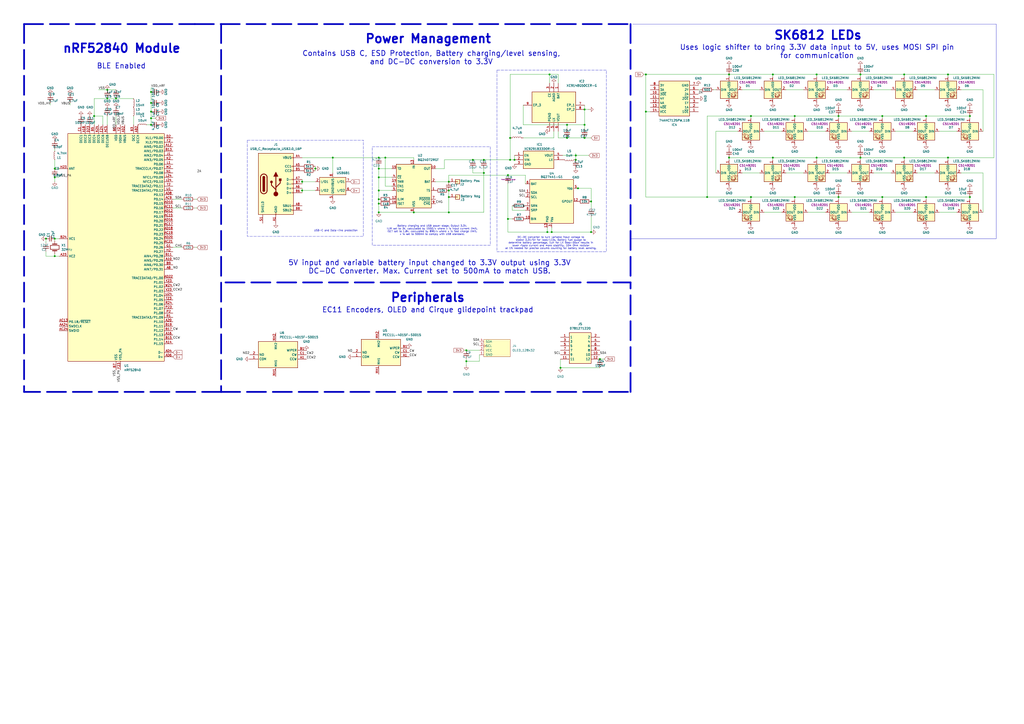
<source format=kicad_sch>
(kicad_sch (version 20231120) (generator "eeschema") (generator_version "8.0")
  (paper "A2")
  (junction (at 511.81 114.3))
  (junction (at 562.61 67.31))
  (junction (at 223.52 91.44))
  (junction (at 342.9 116.84))
  (junction (at 334.01 92.71))
  (junction (at 374.65 64.77))
  (junction (at 260.35 105.41))
  (junction (at 294.64 101.6))
  (junction (at 499.11 91.44))
  (junction (at 67.31 57.15))
  (junction (at 334.01 90.17))
  (junction (at 87.63 72.39))
  (junction (at 328.93 80.01))
  (junction (at 87.63 59.69))
  (junction (at 448.31 43.18))
  (junction (at 328.93 72.39))
  (junction (at 280.67 92.71))
  (junction (at 219.71 102.87))
  (junction (at 274.32 92.71))
  (junction (at 317.5 134.62))
  (junction (at 499.11 43.18))
  (junction (at 435.61 114.3))
  (junction (at 87.63 64.77))
  (junction (at 325.12 213.36))
  (junction (at 473.71 43.18))
  (junction (at 511.81 67.31))
  (junction (at 260.35 110.49))
  (junction (at 562.61 114.3))
  (junction (at 295.91 92.71))
  (junction (at 298.45 92.71))
  (junction (at 240.03 123.19))
  (junction (at 280.67 100.33))
  (junction (at 318.77 43.18))
  (junction (at 175.26 110.49))
  (junction (at 537.21 114.3))
  (junction (at 335.28 109.22))
  (junction (at 422.91 43.18))
  (junction (at 486.41 67.31))
  (junction (at 549.91 43.18))
  (junction (at 219.71 123.19))
  (junction (at 537.21 67.31))
  (junction (at 339.09 63.5))
  (junction (at 62.23 57.15))
  (junction (at 260.35 123.19))
  (junction (at 549.91 91.44))
  (junction (at 219.71 97.79))
  (junction (at 410.21 114.3))
  (junction (at 461.01 114.3))
  (junction (at 219.71 115.57))
  (junction (at 219.71 110.49))
  (junction (at 524.51 43.18))
  (junction (at 54.61 67.31))
  (junction (at 87.63 53.34))
  (junction (at 62.23 52.07))
  (junction (at 31.75 97.79))
  (junction (at 339.09 80.01))
  (junction (at 461.01 67.31))
  (junction (at 270.51 203.2))
  (junction (at 31.75 102.87))
  (junction (at 347.98 208.28))
  (junction (at 320.04 134.62))
  (junction (at 182.88 97.79))
  (junction (at 339.09 72.39))
  (junction (at 486.41 114.3))
  (junction (at 219.71 91.44))
  (junction (at 270.51 209.55))
  (junction (at 524.51 91.44))
  (junction (at 342.9 134.62))
  (junction (at 295.91 80.01))
  (junction (at 31.75 138.43))
  (junction (at 260.35 114.3))
  (junction (at 448.31 91.44))
  (junction (at 294.64 127))
  (junction (at 435.61 67.31))
  (junction (at 175.26 105.41))
  (junction (at 473.71 91.44))
  (junction (at 374.65 43.18))
  (junction (at 87.63 68.58))
  (junction (at 31.75 148.59))
  (junction (at 193.04 91.44))
  (junction (at 422.91 91.44))
  (junction (at 26.67 138.43))
  (junction (at 219.71 118.11))
  (wire (pts (xy 422.91 91.44) (xy 422.91 92.71)))
  (wire (pts (xy 342.9 125.73) (xy 342.9 134.62)))
  (wire (pts (xy 549.91 43.18) (xy 576.58 43.18)))
  (wire (pts (xy 223.52 91.44) (xy 240.03 91.44)))
  (wire (pts (xy 274.32 92.71) (xy 280.67 92.71)))
  (wire (pts (xy 100.33 115.57) (xy 105.41 115.57)))
  (wire (pts (xy 328.93 80.01) (xy 339.09 80.01)))
  (wire (pts (xy 240.03 123.19) (xy 260.35 123.19)))
  (wire (pts (xy 182.88 96.52) (xy 182.88 97.79)))
  (wire (pts (xy 31.75 97.79) (xy 31.75 92.71)))
  (wire (pts (xy 62.23 57.15) (xy 67.31 57.15)))
  (wire (pts (xy 499.11 91.44) (xy 524.51 91.44)))
  (wire (pts (xy 504.19 76.2) (xy 494.03 76.2)))
  (wire (pts (xy 524.51 43.18) (xy 524.51 44.45)))
  (wire (pts (xy 342.9 116.84) (xy 342.9 109.22)))
  (wire (pts (xy 511.81 67.31) (xy 511.81 68.58)))
  (wire (pts (xy 31.75 148.59) (xy 34.29 148.59)))
  (wire (pts (xy 430.53 52.07) (xy 440.69 52.07)))
  (wire (pts (xy 31.75 147.32) (xy 31.75 148.59)))
  (wire (pts (xy 562.61 114.3) (xy 562.61 115.57)))
  (wire (pts (xy 219.71 102.87) (xy 227.33 102.87)))
  (wire (pts (xy 295.91 80.01) (xy 295.91 92.71)))
  (wire (pts (xy 294.64 101.6) (xy 304.8 101.6)))
  (wire (pts (xy 270.51 203.2) (xy 278.13 203.2)))
  (wire (pts (xy 219.71 118.11) (xy 219.71 123.19)))
  (wire (pts (xy 326.39 90.17) (xy 334.01 90.17)))
  (wire (pts (xy 193.04 91.44) (xy 193.04 100.33)))
  (wire (pts (xy 323.85 80.01) (xy 323.85 76.2)))
  (wire (pts (xy 422.91 43.18) (xy 448.31 43.18)))
  (wire (pts (xy 219.71 102.87) (xy 219.71 110.49)))
  (wire (pts (xy 339.09 63.5) (xy 339.09 60.96)))
  (wire (pts (xy 481.33 52.07) (xy 491.49 52.07)))
  (wire (pts (xy 31.75 138.43) (xy 31.75 139.7)))
  (wire (pts (xy 486.41 114.3) (xy 486.41 115.57)))
  (wire (pts (xy 506.73 52.07) (xy 516.89 52.07)))
  (wire (pts (xy 499.11 43.18) (xy 499.11 44.45)))
  (wire (pts (xy 240.03 91.44) (xy 240.03 92.71)))
  (wire (pts (xy 339.09 72.39) (xy 339.09 74.93)))
  (wire (pts (xy 223.52 107.95) (xy 227.33 107.95)))
  (wire (pts (xy 280.67 92.71) (xy 295.91 92.71)))
  (wire (pts (xy 270.51 212.09) (xy 270.51 209.55)))
  (wire (pts (xy 219.71 110.49) (xy 219.71 115.57)))
  (wire (pts (xy 114.3 120.65) (xy 113.03 120.65)))
  (polyline (pts (xy 13.97 13.97) (xy 13.97 227.33)) (stroke (width 1) (type dash)))
  (wire (pts (xy 549.91 91.44) (xy 549.91 92.71)))
  (wire (pts (xy 410.21 67.31) (xy 410.21 114.3)))
  (wire (pts (xy 175.26 105.41) (xy 175.26 106.68)))
  (polyline (pts (xy 130.81 163.83) (xy 365.76 163.83)) (stroke (width 1) (type dash)))
  (wire (pts (xy 280.67 100.33) (xy 280.67 97.79)))
  (wire (pts (xy 486.41 67.31) (xy 461.01 67.31)))
  (wire (pts (xy 334.01 88.9) (xy 334.01 90.17)))
  (polyline (pts (xy 367.03 13.97) (xy 577.85 13.97)))
  (wire (pts (xy 334.01 109.22) (xy 335.28 109.22)))
  (wire (pts (xy 54.61 57.15) (xy 54.61 67.31)))
  (wire (pts (xy 274.32 100.33) (xy 280.67 100.33)))
  (wire (pts (xy 252.73 105.41) (xy 260.35 105.41)))
  (wire (pts (xy 415.29 76.2) (xy 415.29 100.33)))
  (wire (pts (xy 422.91 91.44) (xy 448.31 91.44)))
  (wire (pts (xy 478.79 76.2) (xy 468.63 76.2)))
  (wire (pts (xy 219.71 115.57) (xy 219.71 118.11)))
  (wire (pts (xy 59.69 67.31) (xy 59.69 72.39)))
  (wire (pts (xy 562.61 114.3) (xy 537.21 114.3)))
  (wire (pts (xy 303.53 72.39) (xy 303.53 60.96)))
  (wire (pts (xy 87.63 64.77) (xy 87.63 68.58)))
  (wire (pts (xy 481.33 100.33) (xy 491.49 100.33)))
  (wire (pts (xy 182.88 110.49) (xy 175.26 110.49)))
  (wire (pts (xy 269.24 203.2) (xy 270.51 203.2)))
  (wire (pts (xy 524.51 91.44) (xy 549.91 91.44)))
  (wire (pts (xy 435.61 67.31) (xy 410.21 67.31)))
  (wire (pts (xy 576.58 43.18) (xy 576.58 91.44)))
  (wire (pts (xy 461.01 67.31) (xy 461.01 68.58)))
  (wire (pts (xy 415.29 76.2) (xy 427.99 76.2)))
  (wire (pts (xy 374.65 114.3) (xy 410.21 114.3)))
  (wire (pts (xy 67.31 52.07) (xy 62.23 52.07)))
  (wire (pts (xy 295.91 43.18) (xy 295.91 80.01)))
  (wire (pts (xy 448.31 43.18) (xy 448.31 44.45)))
  (wire (pts (xy 77.47 67.31) (xy 77.47 72.39)))
  (wire (pts (xy 328.93 72.39) (xy 339.09 72.39)))
  (wire (pts (xy 321.31 80.01) (xy 321.31 76.2)))
  (wire (pts (xy 295.91 43.18) (xy 318.77 43.18)))
  (wire (pts (xy 341.63 63.5) (xy 339.09 63.5)))
  (wire (pts (xy 219.71 91.44) (xy 223.52 91.44)))
  (wire (pts (xy 278.13 205.74) (xy 278.13 209.55)))
  (polyline (pts (xy 128.27 227.33) (xy 365.76 227.33)) (stroke (width 1) (type dash)))
  (wire (pts (xy 40.64 60.96) (xy 40.64 59.69)))
  (wire (pts (xy 274.32 97.79) (xy 274.32 100.33)))
  (wire (pts (xy 328.93 72.39) (xy 328.93 74.93)))
  (wire (pts (xy 303.53 80.01) (xy 321.31 80.01)))
  (wire (pts (xy 31.75 105.41) (xy 31.75 102.87)))
  (wire (pts (xy 473.71 91.44) (xy 473.71 92.71)))
  (wire (pts (xy 270.51 209.55) (xy 270.51 208.28)))
  (wire (pts (xy 486.41 114.3) (xy 511.81 114.3)))
  (wire (pts (xy 478.79 123.19) (xy 468.63 123.19)))
  (wire (pts (xy 182.88 97.79) (xy 182.88 99.06)))
  (wire (pts (xy 34.29 102.87) (xy 31.75 102.87)))
  (polyline (pts (xy 577.85 13.97) (xy 577.85 138.43)))
  (polyline (pts (xy 365.76 13.97) (xy 365.76 163.83)) (stroke (width 1) (type dash)))
  (wire (pts (xy 31.75 97.79) (xy 34.29 97.79)))
  (polyline (pts (xy 128.27 13.97) (xy 128.27 227.33)) (stroke (width 1) (type dash)))
  (wire (pts (xy 422.91 43.18) (xy 422.91 44.45)))
  (wire (pts (xy 114.3 143.51) (xy 113.03 143.51)))
  (wire (pts (xy 334.01 90.17) (xy 341.63 90.17)))
  (wire (pts (xy 257.81 97.79) (xy 252.73 97.79)))
  (wire (pts (xy 342.9 134.62) (xy 320.04 134.62)))
  (wire (pts (xy 26.67 146.05) (xy 26.67 148.59)))
  (wire (pts (xy 448.31 43.18) (xy 473.71 43.18)))
  (wire (pts (xy 562.61 67.31) (xy 537.21 67.31)))
  (wire (pts (xy 294.64 134.62) (xy 294.64 127)))
  (wire (pts (xy 175.26 110.49) (xy 175.26 111.76)))
  (wire (pts (xy 26.67 148.59) (xy 31.75 148.59)))
  (wire (pts (xy 54.61 57.15) (xy 62.23 57.15)))
  (wire (pts (xy 414.02 52.07) (xy 415.29 52.07)))
  (polyline (pts (xy 365.76 227.33) (xy 365.76 163.83)) (stroke (width 1) (type dash)))
  (wire (pts (xy 435.61 114.3) (xy 410.21 114.3)))
  (wire (pts (xy 430.53 100.33) (xy 440.69 100.33)))
  (wire (pts (xy 435.61 114.3) (xy 435.61 115.57)))
  (wire (pts (xy 114.3 115.57) (xy 113.03 115.57)))
  (wire (pts (xy 318.77 43.18) (xy 323.85 43.18)))
  (wire (pts (xy 105.41 143.51) (xy 100.33 143.51)))
  (wire (pts (xy 323.85 48.26) (xy 323.85 43.18)))
  (wire (pts (xy 461.01 67.31) (xy 435.61 67.31)))
  (wire (pts (xy 87.63 68.58) (xy 87.63 72.39)))
  (wire (pts (xy 455.93 52.07) (xy 466.09 52.07)))
  (polyline (pts (xy 577.85 138.43) (xy 365.76 138.43)))
  (wire (pts (xy 87.63 59.69) (xy 87.63 64.77)))
  (wire (pts (xy 562.61 67.31) (xy 562.61 68.58)))
  (wire (pts (xy 304.8 101.6) (xy 304.8 106.68)))
  (wire (pts (xy 499.11 43.18) (xy 524.51 43.18)))
  (wire (pts (xy 175.26 109.22) (xy 175.26 110.49)))
  (wire (pts (xy 448.31 91.44) (xy 473.71 91.44)))
  (wire (pts (xy 529.59 123.19) (xy 519.43 123.19)))
  (wire (pts (xy 486.41 67.31) (xy 486.41 68.58)))
  (wire (pts (xy 537.21 114.3) (xy 537.21 115.57)))
  (wire (pts (xy 554.99 123.19) (xy 544.83 123.19)))
  (polyline (pts (xy 13.97 13.97) (xy 113.03 13.97)) (stroke (width 1) (type dash)))
  (wire (pts (xy 473.71 43.18) (xy 499.11 43.18)))
  (wire (pts (xy 297.18 119.38) (xy 297.18 121.92)))
  (wire (pts (xy 448.31 91.44) (xy 448.31 92.71)))
  (wire (pts (xy 576.58 91.44) (xy 549.91 91.44)))
  (wire (pts (xy 182.88 105.41) (xy 175.26 105.41)))
  (wire (pts (xy 87.63 68.58) (xy 90.17 68.58)))
  (wire (pts (xy 532.13 52.07) (xy 542.29 52.07)))
  (wire (pts (xy 373.38 43.18) (xy 374.65 43.18)))
  (wire (pts (xy 294.64 134.62) (xy 317.5 134.62)))
  (wire (pts (xy 318.77 43.18) (xy 318.77 48.26)))
  (wire (pts (xy 260.35 123.19) (xy 280.67 123.19)))
  (wire (pts (xy 67.31 67.31) (xy 67.31 72.39)))
  (wire (pts (xy 219.71 96.52) (xy 219.71 97.79)))
  (wire (pts (xy 303.53 72.39) (xy 328.93 72.39)))
  (wire (pts (xy 554.99 76.2) (xy 544.83 76.2)))
  (wire (pts (xy 67.31 57.15) (xy 77.47 57.15)))
  (wire (pts (xy 62.23 67.31) (xy 62.23 72.39)))
  (wire (pts (xy 453.39 76.2) (xy 443.23 76.2)))
  (wire (pts (xy 257.81 92.71) (xy 257.81 97.79)))
  (wire (pts (xy 87.63 53.34) (xy 87.63 59.69)))
  (wire (pts (xy 317.5 132.08) (xy 317.5 134.62)))
  (wire (pts (xy 347.98 213.36) (xy 325.12 213.36)))
  (wire (pts (xy 524.51 91.44) (xy 524.51 92.71)))
  (wire (pts (xy 278.13 209.55) (xy 270.51 209.55)))
  (wire (pts (xy 219.71 97.79) (xy 219.71 102.87)))
  (wire (pts (xy 537.21 67.31) (xy 537.21 68.58)))
  (wire (pts (xy 504.19 123.19) (xy 494.03 123.19)))
  (wire (pts (xy 334.01 92.71) (xy 334.01 90.17)))
  (polyline (pts (xy 113.03 13.97) (xy 365.76 13.97)) (stroke (width 1) (type dash)))
  (wire (pts (xy 570.23 52.07) (xy 570.23 76.2)))
  (wire (pts (xy 257.81 92.71) (xy 274.32 92.71)))
  (wire (pts (xy 294.64 106.68) (xy 294.64 127)))
  (wire (pts (xy 342.9 80.01) (xy 339.09 80.01)))
  (wire (pts (xy 323.85 80.01) (xy 328.93 80.01)))
  (wire (pts (xy 325.12 208.28) (xy 325.12 213.36)))
  (wire (pts (xy 570.23 100.33) (xy 570.23 123.19)))
  (wire (pts (xy 87.63 72.39) (xy 85.09 72.39)))
  (wire (pts (xy 31.75 86.36) (xy 31.75 87.63)))
  (wire (pts (xy 461.01 114.3) (xy 461.01 115.57)))
  (wire (pts (xy 350.52 208.28) (xy 347.98 208.28)))
  (polyline (pts (xy 128.27 227.33) (xy 13.97 227.33)) (stroke (width 1) (type dash)))
  (wire (pts (xy 486.41 114.3) (xy 461.01 114.3)))
  (wire (pts (xy 297.18 121.92) (xy 304.8 121.92)))
  (wire (pts (xy 473.71 91.44) (xy 499.11 91.44)))
  (wire (pts (xy 87.63 50.8) (xy 87.63 53.34)))
  (wire (pts (xy 219.71 123.19) (xy 240.03 123.19)))
  (wire (pts (xy 175.26 104.14) (xy 175.26 105.41)))
  (wire (pts (xy 294.64 127) (xy 297.18 127)))
  (wire (pts (xy 339.09 63.5) (xy 339.09 72.39)))
  (wire (pts (xy 280.67 123.19) (xy 280.67 100.33)))
  (wire (pts (xy 532.13 100.33) (xy 542.29 100.33)))
  (wire (pts (xy 537.21 67.31) (xy 511.81 67.31)))
  (wire (pts (xy 499.11 91.44) (xy 499.11 92.71)))
  (wire (pts (xy 405.13 52.07) (xy 406.4 52.07)))
  (wire (pts (xy 511.81 114.3) (xy 511.81 115.57)))
  (wire (pts (xy 193.04 91.44) (xy 219.71 91.44)))
  (wire (pts (xy 524.51 43.18) (xy 549.91 43.18)))
  (wire (pts (xy 455.93 100.33) (xy 466.09 100.33)))
  (wire (pts (xy 342.9 116.84) (xy 342.9 120.65)))
  (wire (pts (xy 511.81 114.3) (xy 537.21 114.3)))
  (wire (pts (xy 342.9 109.22) (xy 335.28 109.22)))
  (wire (pts (xy 453.39 123.19) (xy 443.23 123.19)))
  (wire (pts (xy 529.59 76.2) (xy 519.43 76.2)))
  (wire (pts (xy 461.01 114.3) (xy 435.61 114.3)))
  (wire (pts (xy 374.65 64.77) (xy 377.19 64.77)))
  (wire (pts (xy 54.61 67.31) (xy 54.61 72.39)))
  (wire (pts (xy 557.53 52.07) (xy 570.23 52.07)))
  (wire (pts (xy 31.75 138.43) (xy 34.29 138.43)))
  (wire (pts (xy 260.35 101.6) (xy 294.64 101.6)))
  (wire (pts (xy 473.71 43.18) (xy 473.71 44.45)))
  (wire (pts (xy 219.71 110.49) (xy 227.33 110.49)))
  (wire (pts (xy 374.65 43.18) (xy 422.91 43.18)))
  (wire (pts (xy 26.67 140.97) (xy 26.67 138.43)))
  (wire (pts (xy 506.73 100.33) (xy 516.89 100.33)))
  (wire (pts (xy 557.53 100.33) (xy 570.23 100.33)))
  (wire (pts (xy 62.23 52.07) (xy 57.15 52.07)))
  (wire (pts (xy 320.04 132.08) (xy 320.04 134.62)))
  (wire (pts (xy 549.91 43.18) (xy 549.91 44.45)))
  (wire (pts (xy 295.91 92.71) (xy 298.45 92.71)))
  (wire (pts (xy 175.26 91.44) (xy 193.04 91.44)))
  (wire (pts (xy 374.65 43.18) (xy 374.65 64.77)))
  (wire (pts (xy 223.52 91.44) (xy 223.52 107.95)))
  (wire (pts (xy 59.69 67.31) (xy 54.61 67.31)))
  (wire (pts (xy 374.65 64.77) (xy 374.65 114.3)))
  (wire (pts (xy 511.81 67.31) (xy 486.41 67.31)))
  (wire (pts (xy 105.41 120.65) (xy 100.33 120.65)))
  (wire (pts (xy 260.35 110.49) (xy 260.35 114.3)))
  (wire (pts (xy 298.45 90.17) (xy 298.45 92.71)))
  (wire (pts (xy 260.35 105.41) (xy 260.35 101.6)))
  (wire (pts (xy 435.61 67.31) (xy 435.61 68.58)))
  (wire (pts (xy 29.21 60.96) (xy 29.21 59.69)))
  (wire (pts (xy 227.33 97.79) (xy 219.71 97.79)))
  (wire (pts (xy 260.35 114.3) (xy 260.35 123.19)))
  (wire (pts (xy 317.5 134.62) (xy 320.04 134.62)))
  (rectangle (start 215.9 85.09) (end 284.48 142.24) (stroke (width 0) (type dash)))
  (rectangle (start 143.51 81.28) (end 210.82 137.16) (stroke (width 0) (type dash)))
  (rectangle (start 288.29 40.64) (end 351.79 146.05) (stroke (width 0) (type dash)))
  (text "nRF52840 Module" (at 70.612 28.194 0) (effects (font (size 5 5) (thickness 1) (bold yes))))
  (text "BLE Enabled\n" (at 70.358 38.354 0) (effects (font (size 3 3) (thickness 0.375))))
  (text "DC-DC converter to turn variable input voltage to\nstable 3.3V/5V for load/LEDs. Battery fuel guage to\ndetermine battery percentage. 1uH for LX Step-Down results in\nlower ripple current and more stability. 10m Ohm resistor\nat 1% needed for precise columb counting for battery level sensing." (at 319.532 140.97 0) (effects (font (size 1 1) (thickness 0.125))))
  (text "Power Management" (at 248.412 22.606 0) (effects (font (size 5 5) (thickness 1) (bold yes))))
  (text "SK6812 LEDs" (at 474.472 20.574 0) (effects (font (size 5 5) (thickness 1) (bold yes))))
  (text "Battery charging and USB power stage. Output 3.3V.\nILIM set to 3k, calculated by 1550/x where x is input current limit.\nISET set to 1.8k, calculated by 890/x where x is fast charge limit.\nx is set to 500mA to comply with USB standard." (at 250.698 133.604 0) (effects (font (size 1 1) (thickness 0.125))))
  (text "Uses logic shifter to bring 3.3V data input to 5V, uses MOSI SPI pin\nfor communication\n" (at 473.964 29.972 0) (effects (font (size 3 3) (thickness 0.375))))
  (text "USB-C and Data-line protection" (at 194.818 133.858 0) (effects (font (size 1 1) (thickness 0.125))))
  (text "Peripherals\n" (at 248.158 172.72 0) (effects (font (size 5 5) (thickness 1) (bold yes))))
  (text "EC11 Encoders, OLED and Cirque glidepoint trackpad\n" (at 248.158 179.832 0) (effects (font (size 3 3) (thickness 0.375))))
  (text "5V input and variable battery input changed to 3.3V output using 3.3V\nDC-DC Converter. Max. Current set to 500mA to match USB." (at 249.174 154.94 0) (effects (font (size 3 3) (thickness 0.375))))
  (text "Contains USB C, ESD Protection, Battery charging/level sensing,\nand DC-DC conversion to 3.3V\n" (at 250.19 33.528 0) (effects (font (size 3 3) (thickness 0.375))))
  (label "CW" (at 237.49 204.47 0))
  (label "" (at 92.71 72.39 0))
  (label "" (at 29.21 54.61 90))
  (label "SDA" (at 101.6 115.57 0))
  (label "SCL" (at 101.6 120.65 0))
  (label "NO" (at 204.47 204.47 180))
  (label "2A" (at 114.3 100.33 0))
  (label "CHG" (at 252.73 118.11 0))
  (label "NO2" (at 100.33 151.13 0))
  (label "SDA" (at 278.13 198.12 180))
  (label "" (at 52.07 67.31 90))
  (label "VBUS" (at 72.39 72.39 90))
  (label "CCW" (at 237.49 207.01 0))
  (label "VDD_HV" (at 69.85 72.39 90))
  (label "" (at 52.07 67.31 90))
  (label "VDD_nRF" (at 87.63 50.8 0))
  (label "SCL" (at 325.12 205.74 180))
  (label "CW2" (at 177.8 205.74 0))
  (label "" (at 46.99 67.31 90))
  (label "CCW2" (at 177.8 208.28 0))
  (label "" (at 92.71 59.69 0))
  (label "CW2" (at 100.33 166.37 0))
  (label "NO2" (at 144.78 205.74 180))
  (label "VBUS" (at 40.64 60.96 180))
  (label "2A" (at 405.13 54.61 0))
  (label "SCL" (at 278.13 200.66 180))
  (label "SDA" (at 347.98 205.74 0))
  (label "" (at 92.71 72.39 0))
  (label "" (at 92.71 64.77 0))
  (label "" (at 92.71 53.34 0))
  (label "" (at 62.23 62.23 90))
  (label "NO" (at 100.33 156.21 0))
  (label "CCW" (at 100.33 196.85 0))
  (label "" (at 92.71 53.34 0))
  (label "" (at 67.31 62.23 90))
  (label "SCL" (at 304.8 114.3 180))
  (label "" (at 29.21 54.61 90))
  (label "CCW2" (at 100.33 168.91 0))
  (label "" (at 67.31 62.23 90))
  (label "VSS_PA" (at 69.85 214.63 270))
  (label "VSS" (at 67.31 214.63 270))
  (label "VDD_nRF" (at 67.31 67.31 270))
  (label "VDD_HV" (at 29.21 60.96 180))
  (label "VSS_PA" (at 34.29 102.87 0))
  (label "" (at 92.71 64.77 0))
  (label "CW" (at 100.33 191.77 0))
  (label "" (at 40.64 54.61 90))
  (label "VSS" (at 57.15 52.07 0))
  (label "CHG" (at 101.6 143.51 0))
  (label "" (at 46.99 67.31 90))
  (label "" (at 62.23 62.23 90))
  (label "" (at 40.64 54.61 90))
  (label "SDA" (at 304.8 111.76 180))
  (label "" (at 92.71 59.69 0))
  (global_label "3V3" (shape input) (at 114.3 115.57 0) (property "Intersheetrefs" "${INTERSHEET_REFS}" (effects (hide yes))))
  (global_label "D-" (shape input) (at 100.33 204.47 0) (property "Intersheetrefs" "${INTERSHEET_REFS}" (effects (hide yes))))
  (global_label "3V3" (shape input) (at 90.17 68.58 0) (property "Intersheetrefs" "${INTERSHEET_REFS}" (effects (hide yes))))
  (global_label "3V3" (shape input) (at 350.52 208.28 0) (property "Intersheetrefs" "${INTERSHEET_REFS}" (effects (hide yes))))
  (global_label "D+" (shape input) (at 100.33 207.01 0) (property "Intersheetrefs" "${INTERSHEET_REFS}" (effects (hide yes))))
  (global_label "3V3" (shape input) (at 341.63 90.17 0) (property "Intersheetrefs" "${INTERSHEET_REFS}" (effects (hide yes))))
  (global_label "5V" (shape input) (at 373.38 43.18 180) (property "Intersheetrefs" "${INTERSHEET_REFS}" (effects (hide yes))))
  (global_label "3V3" (shape input) (at 114.3 120.65 0) (property "Intersheetrefs" "${INTERSHEET_REFS}" (effects (hide yes))))
  (global_label "3V3" (shape input) (at 114.3 143.51 0) (property "Intersheetrefs" "${INTERSHEET_REFS}" (effects (hide yes))))
  (global_label "5V" (shape input) (at 342.9 80.01 0) (property "Intersheetrefs" "${INTERSHEET_REFS}" (effects (hide yes))))
  (global_label "D+" (shape input) (at 203.2 110.49 0) (property "Intersheetrefs" "${INTERSHEET_REFS}" (effects (hide yes))))
  (global_label "3V3" (shape input) (at 269.24 203.2 180) (property "Intersheetrefs" "${INTERSHEET_REFS}" (effects (hide yes))))
  (global_label "D-" (shape input) (at 203.2 105.41 0) (property "Intersheetrefs" "${INTERSHEET_REFS}" (effects (hide yes))))
  (symbol (lib_id "Device:C_Small") (at 422.91 88.9 0) (mirror x) (unit 1)
    (property "Reference" "C40" (at 428.752 89.154 0) (effects (justify right)))
    (property "Value" "100nF" (at 430.784 86.868 0) (effects (justify right)))
    (property "Footprint" "ScottoKeebs_Components:Capacitor_0402" (effects (hide yes)))
    (property "Description" "Unpolarized capacitor, small symbol" (effects (hide yes)))
  )
  (symbol (lib_id "power:GND") (at 219.71 123.19 0) (unit 1)
    (property "Reference" "#PWR018" (effects (hide yes)))
    (property "Value" "GND" (at 219.71 128.27 0))
    (property "Description" "Power symbol creates a global label with name \"GND\" , ground" (effects (hide yes)))
  )
  (symbol (lib_id "power:GND") (at 52.07 67.31 180) (unit 1)
    (property "Reference" "#PWR05" (effects (hide yes)))
    (property "Value" "GND" (at 52.07 62.23 0))
    (property "Description" "Power symbol creates a global label with name \"GND\" , ground" (effects (hide yes)))
  )
  (symbol (lib_id "Device:L_Small") (at 82.55 72.39 90) (unit 1)
    (property "Reference" "L4" (at 82.55 67.31 90))
    (property "Value" "10uH" (at 82.55 69.85 90))
    (property "Footprint" "Inductor_SMD:L_0201_0603Metric" (effects (hide yes)))
    (property "Description" "Inductor, small symbol" (effects (hide yes)))
  )
  (symbol (lib_id "Connector_Generic:Conn_01x01") (at 265.43 105.41 0) (unit 1)
    (property "Reference" "J2" (at 269.24 106.934 0) (effects (justify right)))
    (property "Value" "Battery Pos" (at 278.384 104.902 0) (effects (justify right)))
    (property "Description" "Generic connector, single row, 01x01, script generated (kicad-library-utils/schlib/autogen/connector/)" (effects (hide yes)))
  )
  (symbol (lib_id "Battery_Management:BQ27441-G1") (at 320.04 116.84 0) (unit 1)
    (property "Reference" "U4" (at 320.04 100.584 0))
    (property "Value" "BQ27441-G1" (at 320.04 102.616 0))
    (property "Footprint" "Package_SON:Texas_S-PDSO-N12" (effects (hide yes)))
    (property "Datasheet" "http://www.ti.com/lit/ds/symlink/bq27441-g1.pdf" (effects (hide yes)))
    (property "Description" "System Side Li Ion/Polymer Fuel Gauge, PDSON-12" (effects (hide yes)))
  )
  (symbol (lib_id "power:GND") (at 473.71 107.95 0) (unit 1)
    (property "Reference" "#PWR060" (effects (hide yes)))
    (property "Value" "GND" (at 473.71 112.014 0))
    (property "Description" "Power symbol creates a global label with name \"GND\" , ground" (effects (hide yes)))
  )
  (symbol (lib_id "power:GND") (at 511.81 130.81 0) (mirror y) (unit 1)
    (property "Reference" "#PWR072" (effects (hide yes)))
    (property "Value" "GND" (at 511.81 134.874 0))
    (property "Description" "Power symbol creates a global label with name \"GND\" , ground" (effects (hide yes)))
  )
  (symbol (lib_id "Device:L_Small") (at 77.47 59.69 0) (unit 1)
    (property "Reference" "L2" (at 78.74 58.4199 0) (effects (justify left)))
    (property "Value" "15nH" (at 78.74 60.9599 0) (effects (justify left)))
    (property "Footprint" "Inductor_SMD:L_0201_0603Metric" (effects (hide yes)))
    (property "Description" "Inductor, small symbol" (effects (hide yes)))
  )
  (symbol (lib_id "power:GND") (at 537.21 130.81 0) (mirror y) (unit 1)
    (property "Reference" "#PWR070" (effects (hide yes)))
    (property "Value" "GND" (at 537.21 134.874 0))
    (property "Description" "Power symbol creates a global label with name \"GND\" , ground" (effects (hide yes)))
  )
  (symbol (lib_id "Device:Crystal") (at 31.75 143.51 90) (unit 1)
    (property "Reference" "X1" (at 35.56 142.2399 90) (effects (justify right)))
    (property "Value" "32MHz" (at 35.56 144.78 90) (effects (justify right)))
    (property "Footprint" "Crystal:Crystal_SMD_ECS_CSM3X-2Pin_7.6x4.1mm" (effects (hide yes)))
    (property "Description" "Two pin crystal" (effects (hide yes)))
  )
  (symbol (lib_id "Device:C_Small") (at 260.35 107.95 0) (unit 1)
    (property "Reference" "C17" (at 265.43 107.442 0) (effects (justify right)))
    (property "Value" "4.7uF" (at 266.446 109.982 0) (effects (justify right)))
    (property "Footprint" "ScottoKeebs_Components:Capacitor_0402" (effects (hide yes)))
    (property "Description" "Unpolarized capacitor, small symbol" (effects (hide yes)))
  )
  (symbol (lib_id "power:GND") (at 46.99 67.31 180) (unit 1)
    (property "Reference" "#PWR04" (effects (hide yes)))
    (property "Value" "GND" (at 46.99 62.23 0))
    (property "Description" "Power symbol creates a global label with name \"GND\" , ground" (effects (hide yes)))
  )
  (symbol (lib_id "Device:C_Small") (at 67.31 54.61 0) (mirror x) (unit 1)
    (property "Reference" "C16" (at 69.85 55.8738 0) (effects (justify right)))
    (property "Value" "47nF" (at 70.612 53.34 0) (effects (justify right)))
    (property "Footprint" "ScottoKeebs_Components:Capacitor_0402" (effects (hide yes)))
    (property "Description" "Unpolarized capacitor, small symbol" (effects (hide yes)))
  )
  (symbol (lib_id "power:GND") (at 237.49 201.93 180) (unit 1)
    (property "Reference" "#PWR026" (effects (hide yes)))
    (property "Value" "GND" (at 237.49 196.85 0))
    (property "Description" "Power symbol creates a global label with name \"GND\" , ground" (effects (hide yes)))
  )
  (symbol (lib_id "power:GND") (at 62.23 52.07 0) (mirror x) (unit 1)
    (property "Reference" "#PWR06" (effects (hide yes)))
    (property "Value" "GND" (at 65.278 49.022 0))
    (property "Description" "Power symbol creates a global label with name \"GND\" , ground" (effects (hide yes)))
  )
  (symbol (lib_id "Device:C_Small") (at 26.67 143.51 180) (unit 1)
    (property "Reference" "C2" (at 24.13 144.7738 0) (effects (justify right)))
    (property "Value" "12pF" (at 23.368 142.24 0) (effects (justify right)))
    (property "Footprint" "ScottoKeebs_Components:Capacitor_0402" (effects (hide yes)))
    (property "Description" "Unpolarized capacitor, small symbol" (effects (hide yes)))
  )
  (symbol (lib_id "Device:C_Small") (at 342.9 123.19 0) (unit 1)
    (property "Reference" "C22" (at 345.44 121.9262 0) (effects (justify right)))
    (property "Value" "470nF" (at 346.202 124.46 0) (effects (justify right)))
    (property "Footprint" "ScottoKeebs_Components:Capacitor_0402" (effects (hide yes)))
    (property "Description" "Unpolarized capacitor, small symbol" (effects (hide yes)))
  )
  (symbol (lib_id "Device:C_Small") (at 90.17 53.34 270) (unit 1)
    (property "Reference" "C12" (at 91.4338 55.88 0) (effects (justify right)))
    (property "Value" "100nF" (at 88.9 56.642 0) (effects (justify right)))
    (property "Footprint" "ScottoKeebs_Components:Capacitor_0402" (effects (hide yes)))
    (property "Description" "Unpolarized capacitor, small symbol" (effects (hide yes)))
  )
  (symbol (lib_id "ScottoKeebs:LED_SK6812MINI") (at 486.41 76.2 0) (mirror y) (unit 1)
    (property "Reference" "D10" (at 475.488 73.914 0))
    (property "Value" "LED_SK6812MINI" (at 475.488 69.342 0))
    (property "Footprint" "ScottoKeebs_Components:LED_SK6812MINI" (effects (hide yes)))
    (property "Datasheet" "https://cdn-shop.adafruit.com/product-files/2686/SK6812MINI_REV.01-1-2.pdf" (effects (hide yes)))
    (property "Description" "RGB LED with integrated controller" (effects (hide yes)))
    (property "LCSC" "C5149201" (at 475.488 71.882 0))
  )
  (symbol (lib_id "Device:C_Small") (at 328.93 77.47 0) (mirror x) (unit 1)
    (property "Reference" "C26" (at 330.454 78.994 0) (effects (justify right)))
    (property "Value" "10uF" (at 331.47 75.692 0) (effects (justify right)))
    (property "Footprint" "ScottoKeebs_Components:Capacitor_0402" (effects (hide yes)))
    (property "Description" "Unpolarized capacitor, small symbol" (effects (hide yes)))
  )
  (symbol (lib_id "Device:C_Small") (at 90.17 59.69 270) (unit 1)
    (property "Reference" "C8" (at 91.4338 62.23 0) (effects (justify right)))
    (property "Value" "100nF" (at 88.9 62.992 0) (effects (justify right)))
    (property "Footprint" "ScottoKeebs_Components:Capacitor_0402" (effects (hide yes)))
    (property "Description" "Unpolarized capacitor, small symbol" (effects (hide yes)))
  )
  (symbol (lib_id "Device:R") (at 179.07 99.06 90) (unit 1)
    (property "Reference" "R2" (at 179.07 101.346 90))
    (property "Value" "5k1" (at 179.07 99.06 90))
    (property "Description" "Resistor" (effects (hide yes)))
  )
  (symbol (lib_id "power:GND") (at 486.41 109.22 0) (mirror x) (unit 1)
    (property "Reference" "#PWR073" (effects (hide yes)))
    (property "Value" "GND" (at 486.41 104.902 0))
    (property "Description" "Power symbol creates a global label with name \"GND\" , ground" (effects (hide yes)))
  )
  (symbol (lib_id "power:GND") (at 144.78 208.28 270) (unit 1)
    (property "Reference" "#PWR020" (effects (hide yes)))
    (property "Value" "GND" (at 140.97 208.2799 90) (effects (justify right)))
    (property "Description" "Power symbol creates a global label with name \"GND\" , ground" (effects (hide yes)))
  )
  (symbol (lib_id "Device:C_Small") (at 46.99 69.85 0) (unit 1)
    (property "Reference" "C5" (at 49.53 68.5862 0) (effects (justify right)))
    (property "Value" "100nF" (at 49.53 71.1262 0) (effects (justify right)))
    (property "Footprint" "ScottoKeebs_Components:Capacitor_0402" (effects (hide yes)))
    (property "Description" "Unpolarized capacitor, small symbol" (effects (hide yes)))
  )
  (symbol (lib_id "power:GND") (at 62.23 62.23 180) (unit 1)
    (property "Reference" "#PWR07" (effects (hide yes)))
    (property "Value" "GND" (at 62.23 58.674 0))
    (property "Description" "Power symbol creates a global label with name \"GND\" , ground" (effects (hide yes)))
  )
  (symbol (lib_id "Device:C_Small") (at 294.64 104.14 0) (unit 1)
    (property "Reference" "C18" (at 297.18 102.8762 0) (effects (justify right)))
    (property "Value" "1uF" (at 297.942 105.41 0) (effects (justify right)))
    (property "Footprint" "ScottoKeebs_Components:Capacitor_0402" (effects (hide yes)))
    (property "Description" "Unpolarized capacitor, small symbol" (effects (hide yes)))
    (property "Notes" "Place close to gauge" (at 294.894 104.14 0) (effects (font (size 0.5 0.5))))
  )
  (symbol (lib_id "Device:R") (at 109.22 115.57 90) (unit 1)
    (property "Reference" "R10" (at 109.22 113.284 90))
    (property "Value" "10k" (at 109.22 115.57 90))
    (property "Description" "Resistor" (effects (hide yes)))
  )
  (symbol (lib_id "power:GND") (at 486.41 130.81 0) (mirror y) (unit 1)
    (property "Reference" "#PWR074" (effects (hide yes)))
    (property "Value" "GND" (at 486.41 134.874 0))
    (property "Description" "Power symbol creates a global label with name \"GND\" , ground" (effects (hide yes)))
  )
  (symbol (lib_id "power:GND") (at 499.11 38.1 180) (unit 1)
    (property "Reference" "#PWR037" (effects (hide yes)))
    (property "Value" "GND" (at 499.11 33.782 0))
    (property "Description" "Power symbol creates a global label with name \"GND\" , ground" (effects (hide yes)))
  )
  (symbol (lib_id "ScottoKeebs:LED_SK6812MINI") (at 422.91 100.33 0) (unit 1)
    (property "Reference" "D13" (at 433.832 98.044 0))
    (property "Value" "LED_SK6812MINI" (at 433.832 93.472 0))
    (property "Footprint" "ScottoKeebs_Components:LED_SK6812MINI" (effects (hide yes)))
    (property "Datasheet" "https://cdn-shop.adafruit.com/product-files/2686/SK6812MINI_REV.01-1-2.pdf" (effects (hide yes)))
    (property "Description" "RGB LED with integrated controller" (effects (hide yes)))
    (property "LCSC" "C5149201" (at 433.832 96.012 0))
  )
  (symbol (lib_id "power:GND") (at 298.45 95.25 0) (unit 1)
    (property "Reference" "#PWR021" (effects (hide yes)))
    (property "Value" "GND" (at 294.894 97.536 0))
    (property "Description" "Power symbol creates a global label with name \"GND\" , ground" (effects (hide yes)))
  )
  (symbol (lib_id "power:GND") (at 499.11 107.95 0) (unit 1)
    (property "Reference" "#PWR062" (effects (hide yes)))
    (property "Value" "GND" (at 499.11 112.014 0))
    (property "Description" "Power symbol creates a global label with name \"GND\" , ground" (effects (hide yes)))
  )
  (symbol (lib_id "power:GND") (at 318.77 76.2 270) (unit 1)
    (property "Reference" "#PWR030" (effects (hide yes)))
    (property "Value" "GND" (at 314.452 77.724 90))
    (property "Description" "Power symbol creates a global label with name \"GND\" , ground" (effects (hide yes)))
  )
  (symbol (lib_id "MCU_Nordic:nRF52840") (at 67.31 143.51 0) (unit 1)
    (property "Reference" "U1" (at 72.0441 212.09 0) (effects (justify left)))
    (property "Value" "nRF52840" (at 72.0441 214.63 0) (effects (justify left)))
    (property "Footprint" "Package_DFN_QFN:Nordic_AQFN-73-1EP_7x7mm_P0.5mm" (effects (hide yes)))
    (property "Datasheet" "http://infocenter.nordicsemi.com/topic/com.nordic.infocenter.nrf52/dita/nrf52/chips/nrf52840.html" (effects (hide yes)))
    (property "Description" "Multiprotocol BLE/ANT/2.4 GHz/802.15.4 Cortex-M4F SoC, AQFN-73" (effects (hide yes)))
  )
  (symbol (lib_id "Power_Protection:USB6B1") (at 193.04 107.95 0) (unit 1)
    (property "Reference" "U3" (at 195.2341 97.79 0) (effects (justify left)))
    (property "Value" "USB6B1" (at 195.2341 100.33 0) (effects (justify left)))
    (property "Footprint" "Package_SO:SOIC-8_3.9x4.9mm_P1.27mm" (effects (hide yes)))
    (property "Datasheet" "http://www.st.com/content/ccc/resource/technical/document/datasheet/3e/ec/b2/54/b2/76/47/90/CD00001361.pdf/files/CD00001361.pdf/jcr:content/translations/en.CD00001361.pdf" (effects (hide yes)))
    (property "Description" "5V Data line protection" (effects (hide yes)))
  )
  (symbol (lib_id "ScottoKeebs:LED_SK6812MINI") (at 461.01 123.19 0) (mirror y) (unit 1)
    (property "Reference" "D23" (at 450.088 120.904 0))
    (property "Value" "LED_SK6812MINI" (at 450.088 116.332 0))
    (property "Footprint" "ScottoKeebs_Components:LED_SK6812MINI" (effects (hide yes)))
    (property "Datasheet" "https://cdn-shop.adafruit.com/product-files/2686/SK6812MINI_REV.01-1-2.pdf" (effects (hide yes)))
    (property "Description" "RGB LED with integrated controller" (effects (hide yes)))
    (property "LCSC" "C5149201" (at 450.088 118.872 0))
  )
  (symbol (lib_id "power:GND") (at 342.9 134.62 90) (unit 1)
    (property "Reference" "#PWR024" (effects (hide yes)))
    (property "Value" "GND" (at 345.948 131.826 90))
    (property "Description" "Power symbol creates a global label with name \"GND\" , ground" (effects (hide yes)))
  )
  (symbol (lib_id "Device:C_Small") (at 499.11 88.9 0) (mirror x) (unit 1)
    (property "Reference" "C43" (at 504.952 89.154 0) (effects (justify right)))
    (property "Value" "100nF" (at 506.984 86.868 0) (effects (justify right)))
    (property "Footprint" "ScottoKeebs_Components:Capacitor_0402" (effects (hide yes)))
    (property "Description" "Unpolarized capacitor, small symbol" (effects (hide yes)))
  )
  (symbol (lib_id "Device:C_Small") (at 280.67 95.25 0) (unit 1)
    (property "Reference" "C10" (at 282.194 93.726 0) (effects (justify right)))
    (property "Value" "4.7uF" (at 283.21 97.028 0) (effects (justify right)))
    (property "Footprint" "ScottoKeebs_Components:Capacitor_0402" (effects (hide yes)))
    (property "Description" "Unpolarized capacitor, small symbol" (effects (hide yes)))
  )
  (symbol (lib_id "Device:C_Small") (at 62.23 64.77 0) (unit 1)
    (property "Reference" "C20" (at 64.77 63.5062 0) (effects (justify right)))
    (property "Value" "4.7uF" (at 65.532 66.04 0) (effects (justify right)))
    (property "Footprint" "ScottoKeebs_Components:Capacitor_0603" (effects (hide yes)))
    (property "Description" "Unpolarized capacitor, small symbol" (effects (hide yes)))
  )
  (symbol (lib_id "Device:R") (at 300.99 119.38 90) (unit 1)
    (property "Reference" "R9" (at 300.99 117.094 90))
    (property "Value" "10m1%" (at 300.99 119.38 90))
    (property "Description" "Resistor" (effects (hide yes)))
  )
  (symbol (lib_id "power:GND") (at 461.01 83.82 0) (mirror y) (unit 1)
    (property "Reference" "#PWR052" (effects (hide yes)))
    (property "Value" "GND" (at 461.01 87.884 0))
    (property "Description" "Power symbol creates a global label with name \"GND\" , ground" (effects (hide yes)))
  )
  (symbol (lib_id "power:GND") (at 40.64 54.61 180) (unit 1)
    (property "Reference" "#PWR011" (effects (hide yes)))
    (property "Value" "GND" (at 40.64 51.054 0))
    (property "Description" "Power symbol creates a global label with name \"GND\" , ground" (effects (hide yes)))
  )
  (symbol (lib_id "ScottoKeebs:LED_SK6812MINI") (at 537.21 76.2 0) (mirror y) (unit 1)
    (property "Reference" "D8" (at 526.288 73.914 0))
    (property "Value" "LED_SK6812MINI" (at 526.288 69.342 0))
    (property "Footprint" "ScottoKeebs_Components:LED_SK6812MINI" (effects (hide yes)))
    (property "Datasheet" "https://cdn-shop.adafruit.com/product-files/2686/SK6812MINI_REV.01-1-2.pdf" (effects (hide yes)))
    (property "Description" "RGB LED with integrated controller" (effects (hide yes)))
    (property "LCSC" "C5149201" (at 526.288 71.882 0))
  )
  (symbol (lib_id "Connector_Generic:Conn_01x01") (at 265.43 114.3 0) (unit 1)
    (property "Reference" "J3" (at 269.494 115.824 0) (effects (justify right)))
    (property "Value" "Battery Neg" (at 278.638 113.792 0) (effects (justify right)))
    (property "Description" "Generic connector, single row, 01x01, script generated (kicad-library-utils/schlib/autogen/connector/)" (effects (hide yes)))
  )
  (symbol (lib_id "Device:C_Small") (at 29.21 138.43 90) (unit 1)
    (property "Reference" "C1" (at 27.94 134.874 0) (effects (justify right)))
    (property "Value" "12pF" (at 30.734 133.604 0) (effects (justify right)))
    (property "Footprint" "ScottoKeebs_Components:Capacitor_0402" (effects (hide yes)))
    (property "Description" "Unpolarized capacitor, small symbol" (effects (hide yes)))
  )
  (symbol (lib_id "power:GND") (at 422.91 59.69 0) (unit 1)
    (property "Reference" "#PWR028" (effects (hide yes)))
    (property "Value" "GND" (at 422.91 63.754 0))
    (property "Description" "Power symbol creates a global label with name \"GND\" , ground" (effects (hide yes)))
  )
  (symbol (lib_id "power:GND") (at 486.41 83.82 0) (mirror y) (unit 1)
    (property "Reference" "#PWR050" (effects (hide yes)))
    (property "Value" "GND" (at 486.41 87.884 0))
    (property "Description" "Power symbol creates a global label with name \"GND\" , ground" (effects (hide yes)))
  )
  (symbol (lib_id "power:GND") (at 562.61 62.23 0) (mirror x) (unit 1)
    (property "Reference" "#PWR043" (effects (hide yes)))
    (property "Value" "GND" (at 562.61 57.912 0))
    (property "Description" "Power symbol creates a global label with name \"GND\" , ground" (effects (hide yes)))
  )
  (symbol (lib_id "ScottoKeebs:LED_SK6812MINI") (at 562.61 76.2 0) (mirror y) (unit 1)
    (property "Reference" "D7" (at 551.688 73.914 0))
    (property "Value" "LED_SK6812MINI" (at 551.688 69.342 0))
    (property "Footprint" "ScottoKeebs_Components:LED_SK6812MINI" (effects (hide yes)))
    (property "Datasheet" "https://cdn-shop.adafruit.com/product-files/2686/SK6812MINI_REV.01-1-2.pdf" (effects (hide yes)))
    (property "Description" "RGB LED with integrated controller" (effects (hide yes)))
    (property "LCSC" "C5149201" (at 551.688 71.882 0))
  )
  (symbol (lib_id "Device:C_Small") (at 270.51 205.74 0) (unit 1)
    (property "Reference" "C9" (at 273.05 204.4762 0) (effects (justify right)))
    (property "Value" "4.7uF" (at 273.812 207.01 0) (effects (justify right)))
    (property "Footprint" "ScottoKeebs_Components:Capacitor_0402" (effects (hide yes)))
    (property "Description" "Unpolarized capacitor, small symbol" (effects (hide yes)))
  )
  (symbol (lib_id "SamacSys_Parts:XC9291B33D0R-G") (at 298.45 90.17 0) (unit 1)
    (property "Reference" "IC1" (at 312.928 83.82 0))
    (property "Value" "XC9291B33D0R-G" (at 312.928 86.36 0))
    (property "Footprint" "XC9290A07E0RG" (effects (hide yes)))
    (property "Datasheet" "https://product.torexsemi.com/system/files/series/XC9290.pdf" (effects (hide yes)))
    (property "Description" "HiSAT-COT  Control Extremely Small 600mA Step-Down DC/DC Converters" (effects (hide yes)))
    (property "Height" "0.33" (effects (hide yes)))
    (property "Manufacturer_Name" "Torex" (effects (hide yes)))
    (property "Manufacturer_Part_Number" "XC9291B33D0R-G" (effects (hide yes)))
  )
  (symbol (lib_id "Device:C_Small") (at 486.41 64.77 180) (unit 1)
    (property "Reference" "C37" (at 480.568 65.024 0) (effects (justify right)))
    (property "Value" "100nF" (at 478.536 62.738 0) (effects (justify right)))
    (property "Footprint" "ScottoKeebs_Components:Capacitor_0402" (effects (hide yes)))
    (property "Description" "Unpolarized capacitor, small symbol" (effects (hide yes)))
  )
  (symbol (lib_id "power:GND") (at 435.61 83.82 0) (mirror y) (unit 1)
    (property "Reference" "#PWR054" (effects (hide yes)))
    (property "Value" "GND" (at 435.61 87.884 0))
    (property "Description" "Power symbol creates a global label with name \"GND\" , ground" (effects (hide yes)))
  )
  (symbol (lib_id "power:GND") (at 524.51 107.95 0) (unit 1)
    (property "Reference" "#PWR064" (effects (hide yes)))
    (property "Value" "GND" (at 524.51 112.014 0))
    (property "Description" "Power symbol creates a global label with name \"GND\" , ground" (effects (hide yes)))
  )
  (symbol (lib_id "Device:L_Small") (at 77.47 64.77 0) (unit 1)
    (property "Reference" "L3" (at 78.74 63.4999 0) (effects (justify left)))
    (property "Value" "10uH" (at 78.74 66.0399 0) (effects (justify left)))
    (property "Footprint" "Inductor_SMD:L_0402_1005Metric" (effects (hide yes)))
    (property "Description" "Inductor, small symbol" (effects (hide yes)))
  )
  (symbol (lib_id "power:GND") (at 29.21 54.61 180) (unit 1)
    (property "Reference" "#PWR09" (effects (hide yes)))
    (property "Value" "GND" (at 29.21 51.054 0))
    (property "Description" "Power symbol creates a global label with name \"GND\" , ground" (effects (hide yes)))
  )
  (symbol (lib_id "Device:C_Small") (at 219.71 93.98 180) (unit 1)
    (property "Reference" "C23" (at 216.408 96.012 0) (effects (justify right)))
    (property "Value" "4.7uF" (at 215.646 92.456 0) (effects (justify right)))
    (property "Footprint" "ScottoKeebs_Components:Capacitor_0402" (effects (hide yes)))
    (property "Description" "Unpolarized capacitor, small symbol" (effects (hide yes)))
  )
  (symbol (lib_id "power:GND") (at 193.04 115.57 0) (unit 1)
    (property "Reference" "#PWR017" (effects (hide yes)))
    (property "Value" "GND" (at 193.04 120.65 0))
    (property "Description" "Power symbol creates a global label with name \"GND\" , ground" (effects (hide yes)))
  )
  (symbol (lib_id "Device:R") (at 300.99 127 90) (unit 1)
    (property "Reference" "R7" (at 300.99 124.714 90))
    (property "Value" "10k" (at 300.99 127 90))
    (property "Description" "Resistor" (effects (hide yes)))
  )
  (symbol (lib_id "power:GND") (at 405.13 49.53 180) (unit 1)
    (property "Reference" "#PWR033" (effects (hide yes)))
    (property "Value" "GND" (at 405.13 45.466 0))
    (property "Description" "Power symbol creates a global label with name \"GND\" , ground" (effects (hide yes)))
  )
  (symbol (lib_id "power:GND") (at 67.31 62.23 180) (unit 1)
    (property "Reference" "#PWR08" (effects (hide yes)))
    (property "Value" "GND" (at 67.31 58.674 0))
    (property "Description" "Power symbol creates a global label with name \"GND\" , ground" (effects (hide yes)))
  )
  (symbol (lib_id "Device:L_Small") (at 31.75 90.17 0) (mirror y) (unit 1)
    (property "Reference" "L1" (at 33.02 91.4401 0) (effects (justify right)))
    (property "Value" "4.7nH" (at 33.02 88.9001 0) (effects (justify right)))
    (property "Footprint" "Inductor_SMD:L_0402_1005Metric" (effects (hide yes)))
    (property "Description" "Inductor, small symbol" (effects (hide yes)))
  )
  (symbol (lib_id "ScottoKeebs:LED_SK6812MINI") (at 511.81 123.19 0) (mirror y) (unit 1)
    (property "Reference" "D21" (at 500.888 120.904 0))
    (property "Value" "LED_SK6812MINI" (at 500.888 116.332 0))
    (property "Footprint" "ScottoKeebs_Components:LED_SK6812MINI" (effects (hide yes)))
    (property "Datasheet" "https://cdn-shop.adafruit.com/product-files/2686/SK6812MINI_REV.01-1-2.pdf" (effects (hide yes)))
    (property "Description" "RGB LED with integrated controller" (effects (hide yes)))
    (property "LCSC" "C5149201" (at 500.888 118.872 0))
  )
  (symbol (lib_id "SamacSys_Parts:PEC11L-4015F-S0015") (at 160.02 218.44 90) (unit 1)
    (property "Reference" "U6" (at 162.2141 193.04 90) (effects (justify right)))
    (property "Value" "PEC11L-4015F-S0015" (at 162.2141 195.58 90) (effects (justify right)))
    (property "Footprint" "PEC11L4015FS0015" (effects (hide yes)))
    (property "Datasheet" "https://www.bourns.com/PDFs/pec11l.pdf" (effects (hide yes)))
    (property "Description" "Rotary Encoder Mechanical 15 Quadrature (Incremental) Vertical 	 6mm Dia Flatted End" (effects (hide yes)))
    (property "Height" "20" (effects (hide yes)))
    (property "Mouser Part Number" "652-PEC11L4015FS0015" (effects (hide yes)))
    (property "Mouser Price/Stock" "https://www.mouser.co.uk/ProductDetail/Bourns/PEC11L-4015F-S0015?qs=Zq5ylnUbLm7G6EFrj3V7Lw%3D%3D" (effects (hide yes)))
    (property "Manufacturer_Name" "Bourns" (effects (hide yes)))
    (property "Manufacturer_Part_Number" "PEC11L-4015F-S0015" (effects (hide yes)))
  )
  (symbol (lib_id "ScottoKeebs:LED_SK6812MINI") (at 473.71 100.33 0) (unit 1)
    (property "Reference" "D15" (at 484.632 98.044 0))
    (property "Value" "LED_SK6812MINI" (at 484.632 93.472 0))
    (property "Footprint" "ScottoKeebs_Components:LED_SK6812MINI" (effects (hide yes)))
    (property "Datasheet" "https://cdn-shop.adafruit.com/product-files/2686/SK6812MINI_REV.01-1-2.pdf" (effects (hide yes)))
    (property "Description" "RGB LED with integrated controller" (effects (hide yes)))
    (property "LCSC" "C5149201" (at 484.632 96.012 0))
  )
  (symbol (lib_id "ScottoKeebs:LED_SK6812MINI") (at 499.11 100.33 0) (unit 1)
    (property "Reference" "D16" (at 510.032 98.044 0))
    (property "Value" "LED_SK6812MINI" (at 510.032 93.472 0))
    (property "Footprint" "ScottoKeebs_Components:LED_SK6812MINI" (effects (hide yes)))
    (property "Datasheet" "https://cdn-shop.adafruit.com/product-files/2686/SK6812MINI_REV.01-1-2.pdf" (effects (hide yes)))
    (property "Description" "RGB LED with integrated controller" (effects (hide yes)))
    (property "LCSC" "C5149201" (at 510.032 96.012 0))
  )
  (symbol (lib_id "ScottoKeebs:LED_SK6812MINI") (at 549.91 100.33 0) (unit 1)
    (property "Reference" "D18" (at 560.832 98.044 0))
    (property "Value" "LED_SK6812MINI" (at 560.832 93.472 0))
    (property "Footprint" "ScottoKeebs_Components:LED_SK6812MINI" (effects (hide yes)))
    (property "Datasheet" "https://cdn-shop.adafruit.com/product-files/2686/SK6812MINI_REV.01-1-2.pdf" (effects (hide yes)))
    (property "Description" "RGB LED with integrated controller" (effects (hide yes)))
    (property "LCSC" "C5149201" (at 560.832 96.012 0))
  )
  (symbol (lib_id "power:GND") (at 549.91 107.95 0) (unit 1)
    (property "Reference" "#PWR066" (effects (hide yes)))
    (property "Value" "GND" (at 549.91 112.014 0))
    (property "Description" "Power symbol creates a global label with name \"GND\" , ground" (effects (hide yes)))
  )
  (symbol (lib_id "Device:R") (at 410.21 52.07 90) (unit 1)
    (property "Reference" "R12" (at 410.21 49.53 90))
    (property "Value" "500" (at 410.21 52.07 90))
    (property "Description" "Resistor" (effects (hide yes)))
  )
  (symbol (lib_id "Device:C_Small") (at 422.91 40.64 0) (mirror x) (unit 1)
    (property "Reference" "C28" (at 428.752 40.894 0) (effects (justify right)))
    (property "Value" "100nF" (at 430.784 38.608 0) (effects (justify right)))
    (property "Footprint" "ScottoKeebs_Components:Capacitor_0402" (effects (hide yes)))
    (property "Description" "Unpolarized capacitor, small symbol" (effects (hide yes)))
  )
  (symbol (lib_id "power:GND") (at 92.71 59.69 90) (unit 1)
    (property "Reference" "#PWR013" (effects (hide yes)))
    (property "Value" "GND" (at 96.266 59.69 0))
    (property "Description" "Power symbol creates a global label with name \"GND\" , ground" (effects (hide yes)))
  )
  (symbol (lib_id "Device:C_Small") (at 31.75 100.33 0) (unit 1)
    (property "Reference" "C3" (at 34.29 97.79 0) (effects (justify right)))
    (property "Value" "0.8pF" (at 36.322 101.6 0) (effects (justify right)))
    (property "Footprint" "ScottoKeebs_Components:Capacitor_0402" (effects (hide yes)))
    (property "Description" "Unpolarized capacitor, small symbol" (effects (hide yes)))
  )
  (symbol (lib_id "ScottoKeebs:LED_SK6812MINI") (at 461.01 76.2 0) (mirror y) (unit 1)
    (property "Reference" "D11" (at 450.088 73.914 0))
    (property "Value" "LED_SK6812MINI" (at 450.088 69.342 0))
    (property "Footprint" "ScottoKeebs_Components:LED_SK6812MINI" (effects (hide yes)))
    (property "Datasheet" "https://cdn-shop.adafruit.com/product-files/2686/SK6812MINI_REV.01-1-2.pdf" (effects (hide yes)))
    (property "Description" "RGB LED with integrated controller" (effects (hide yes)))
    (property "LCSC" "C5149201" (at 450.088 71.882 0))
  )
  (symbol (lib_id "power:GND") (at 182.88 97.79 90) (unit 1)
    (property "Reference" "#PWR015" (effects (hide yes)))
    (property "Value" "GND" (at 186.69 97.7899 90) (effects (justify right)))
    (property "Description" "Power symbol creates a global label with name \"GND\" , ground" (effects (hide yes)))
  )
  (symbol (lib_id "Device:C_Small") (at 29.21 57.15 0) (unit 1)
    (property "Reference" "C19" (at 31.75 54.61 0) (effects (justify right)))
    (property "Value" "4.7uF" (at 33.782 58.42 0) (effects (justify right)))
    (property "Footprint" "ScottoKeebs_Components:Capacitor_0603" (effects (hide yes)))
    (property "Description" "Unpolarized capacitor, small symbol" (effects (hide yes)))
  )
  (symbol (lib_id "ScottoKeebs:LED_SK6812MINI") (at 422.91 52.07 0) (unit 1)
    (property "Reference" "D1" (at 433.832 49.784 0))
    (property "Value" "LED_SK6812MINI" (at 433.832 45.212 0))
    (property "Footprint" "ScottoKeebs_Components:LED_SK6812MINI" (effects (hide yes)))
    (property "Datasheet" "https://cdn-shop.adafruit.com/product-files/2686/SK6812MINI_REV.01-1-2.pdf" (effects (hide yes)))
    (property "Description" "RGB LED with integrated controller" (effects (hide yes)))
    (property "LCSC" "C5149201" (at 433.832 47.752 0))
  )
  (symbol (lib_id "power:GND") (at 270.51 212.09 0) (unit 1)
    (property "Reference" "#PWR022" (effects (hide yes)))
    (property "Value" "GND" (at 270.51 217.17 0))
    (property "Description" "Power symbol creates a global label with name \"GND\" , ground" (effects (hide yes)))
  )
  (symbol (lib_id "power:GND") (at 204.47 207.01 270) (unit 1)
    (property "Reference" "#PWR019" (effects (hide yes)))
    (property "Value" "GND" (at 200.66 207.0099 90) (effects (justify right)))
    (property "Description" "Power symbol creates a global label with name \"GND\" , ground" (effects (hide yes)))
  )
  (symbol (lib_id "power:GND") (at 537.21 83.82 0) (mirror y) (unit 1)
    (property "Reference" "#PWR046" (effects (hide yes)))
    (property "Value" "GND" (at 537.21 87.884 0))
    (property "Description" "Power symbol creates a global label with name \"GND\" , ground" (effects (hide yes)))
  )
  (symbol (lib_id "ScottoKeebs:LED_SK6812MINI") (at 562.61 123.19 0) (mirror y) (unit 1)
    (property "Reference" "D19" (at 551.688 120.904 0))
    (property "Value" "LED_SK6812MINI" (at 551.688 116.332 0))
    (property "Footprint" "ScottoKeebs_Components:LED_SK6812MINI" (effects (hide yes)))
    (property "Datasheet" "https://cdn-shop.adafruit.com/product-files/2686/SK6812MINI_REV.01-1-2.pdf" (effects (hide yes)))
    (property "Description" "RGB LED with integrated controller" (effects (hide yes)))
    (property "LCSC" "C5149201" (at 551.688 118.872 0))
  )
  (symbol (lib_id "power:GND") (at 562.61 109.22 0) (mirror x) (unit 1)
    (property "Reference" "#PWR067" (effects (hide yes)))
    (property "Value" "GND" (at 562.61 104.902 0))
    (property "Description" "Power symbol creates a global label with name \"GND\" , ground" (effects (hide yes)))
  )
  (symbol (lib_id "power:GND") (at 499.11 59.69 0) (unit 1)
    (property "Reference" "#PWR038" (effects (hide yes)))
    (property "Value" "GND" (at 499.11 63.754 0))
    (property "Description" "Power symbol creates a global label with name \"GND\" , ground" (effects (hide yes)))
  )
  (symbol (lib_id "SamacSys_Parts:0781271220") (at 325.12 195.58 0) (unit 1)
    (property "Reference" "J5" (at 336.55 187.96 0))
    (property "Value" "0781271220" (at 336.55 190.5 0))
    (property "Footprint" "0781271220" (effects (hide yes)))
    (property "Datasheet" "https://www.molex.com/pdm_docs/sd/781271220_sd.pdf" (effects (hide yes)))
    (property "Description" "Conn FFC/FPC Connector SKT 12 POS 0.5mm Solder ST SMD Easy-On T/R" (effects (hide yes)))
    (property "Height" "4.2" (effects (hide yes)))
    (property "Mouser Part Number" "538-78127-1220" (effects (hide yes)))
    (property "Mouser Price/Stock" "https://www.mouser.co.uk/ProductDetail/Molex/0781271220?qs=BJlw7L4Cy79IAfNy30YYvQ%3D%3D" (effects (hide yes)))
    (property "Manufacturer_Name" "Molex" (effects (hide yes)))
    (property "Manufacturer_Part_Number" "0781271220" (effects (hide yes)))
  )
  (symbol (lib_id "power:GND") (at 160.02 129.54 0) (unit 1)
    (property "Reference" "#PWR016" (effects (hide yes)))
    (property "Value" "GND" (at 160.02 134.62 0))
    (property "Description" "Power symbol creates a global label with name \"GND\" , ground" (effects (hide yes)))
  )
  (symbol (lib_id "power:GND") (at 334.01 97.79 0) (unit 1)
    (property "Reference" "#PWR023" (effects (hide yes)))
    (property "Value" "GND" (at 334.01 102.87 0))
    (property "Description" "Power symbol creates a global label with name \"GND\" , ground" (effects (hide yes)))
  )
  (symbol (lib_id "ScottoKeebs:LED_SK6812MINI") (at 473.71 52.07 0) (unit 1)
    (property "Reference" "D3" (at 484.632 49.784 0))
    (property "Value" "LED_SK6812MINI" (at 484.632 45.212 0))
    (property "Footprint" "ScottoKeebs_Components:LED_SK6812MINI" (effects (hide yes)))
    (property "Datasheet" "https://cdn-shop.adafruit.com/product-files/2686/SK6812MINI_REV.01-1-2.pdf" (effects (hide yes)))
    (property "Description" "RGB LED with integrated controller" (effects (hide yes)))
    (property "LCSC" "C5149201" (at 484.632 47.752 0))
  )
  (symbol (lib_id "power:GND") (at 422.91 107.95 0) (unit 1)
    (property "Reference" "#PWR056" (effects (hide yes)))
    (property "Value" "GND" (at 422.91 112.014 0))
    (property "Description" "Power symbol creates a global label with name \"GND\" , ground" (effects (hide yes)))
  )
  (symbol (lib_id "power:GND") (at 26.67 138.43 270) (unit 1)
    (property "Reference" "#PWR01" (effects (hide yes)))
    (property "Value" "GND" (at 26.416 136.144 90) (effects (justify right)))
    (property "Description" "Power symbol creates a global label with name \"GND\" , ground" (effects (hide yes)))
  )
  (symbol (lib_id "Device:C_Small") (at 52.07 69.85 0) (unit 1)
    (property "Reference" "C11" (at 54.61 68.5862 0) (effects (justify right)))
    (property "Value" "100pF" (at 55.372 71.12 0) (effects (justify right)))
    (property "Footprint" "ScottoKeebs_Components:Capacitor_0402" (effects (hide yes)))
    (property "Description" "Unpolarized capacitor, small symbol" (effects (hide yes)))
  )
  (symbol (lib_id "SamacSys_Parts:XC9148G50CER-G") (at 323.85 48.26 270) (unit 1)
    (property "Reference" "IC2" (at 337.439 47.117 90))
    (property "Value" "XC9148G50CER-G" (at 337.439 49.657 90))
    (property "Footprint" "XC9147/8_USP-6C" (effects (hide yes)))
    (property "Datasheet" "https://www.torex.co.jp/file/xc9147/xc9147.pdf" (effects (hide yes)))
    (property "Description" "Highly functionality, 1.4A Step-up DC/DC Converters, USP-6C" (effects (hide yes)))
    (property "Height" "0.6" (effects (hide yes)))
    (property "Mouser Part Number" "865-XC9148G50CER-G" (effects (hide yes)))
    (property "Mouser Price/Stock" "https://www.mouser.co.uk/ProductDetail/Torex-Semiconductor/XC9148G50CER-G?qs=Znm5pLBrcAIVdHP1hm3K%2FA%3D%3D" (effects (hide yes)))
    (property "Manufacturer_Name" "Torex" (effects (hide yes)))
    (property "Manufacturer_Part_Number" "XC9148G50CER-G" (effects (hide yes)))
  )
  (symbol (lib_id "power:GND") (at 422.91 38.1 180) (unit 1)
    (property "Reference" "#PWR031" (effects (hide yes)))
    (property "Value" "GND" (at 422.91 33.782 0))
    (property "Description" "Power symbol creates a global label with name \"GND\" , ground" (effects (hide yes)))
  )
  (symbol (lib_id "Device:L") (at 299.72 80.01 90) (unit 1)
    (property "Reference" "L6" (at 302.895 76.8351 90) (effects (justify left)))
    (property "Value" "4.7uH" (at 302.895 74.2951 90) (effects (justify left)))
    (property "Description" "Inductor" (effects (hide yes)))
  )
  (symbol (lib_id "Device:R") (at 223.52 118.11 270) (unit 1)
    (property "Reference" "R4" (at 223.774 120.396 90))
    (property "Value" "1k8" (at 223.774 118.364 90))
    (property "Description" "Resistor" (effects (hide yes)))
  )
  (symbol (lib_id "power:GND") (at 31.75 105.41 0) (unit 1)
    (property "Reference" "#PWR03" (effects (hide yes)))
    (property "Value" "GND" (at 31.75 108.966 0))
    (property "Description" "Power symbol creates a global label with name \"GND\" , ground" (effects (hide yes)))
  )
  (symbol (lib_id "ScottoKeebs:LED_SK6812MINI") (at 448.31 100.33 0) (unit 1)
    (property "Reference" "D14" (at 459.232 98.044 0))
    (property "Value" "LED_SK6812MINI" (at 459.232 93.472 0))
    (property "Footprint" "ScottoKeebs_Components:LED_SK6812MINI" (effects (hide yes)))
    (property "Datasheet" "https://cdn-shop.adafruit.com/product-files/2686/SK6812MINI_REV.01-1-2.pdf" (effects (hide yes)))
    (property "Description" "RGB LED with integrated controller" (effects (hide yes)))
    (property "LCSC" "C5149201" (at 459.232 96.012 0))
  )
  (symbol (lib_id "power:GND") (at 524.51 59.69 0) (unit 1)
    (property "Reference" "#PWR040" (effects (hide yes)))
    (property "Value" "GND" (at 524.51 63.754 0))
    (property "Description" "Power symbol creates a global label with name \"GND\" , ground" (effects (hide yes)))
  )
  (symbol (lib_id "Device:R") (at 109.22 120.65 90) (unit 1)
    (property "Reference" "R11" (at 109.22 118.364 90))
    (property "Value" "10k" (at 109.22 120.65 90))
    (property "Description" "Resistor" (effects (hide yes)))
  )
  (symbol (lib_id "Device:R") (at 256.54 110.49 270) (unit 1)
    (property "Reference" "R5" (at 256.54 112.776 90))
    (property "Value" "10k" (at 256.54 110.49 90))
    (property "Description" "Resistor" (effects (hide yes)))
  )
  (symbol (lib_id "Device:C_Small") (at 90.17 64.77 270) (unit 1)
    (property "Reference" "C14" (at 91.4338 67.31 0) (effects (justify right)))
    (property "Value" "1uF" (at 88.9 68.072 0) (effects (justify right)))
    (property "Footprint" "ScottoKeebs_Components:Capacitor_0603" (effects (hide yes)))
    (property "Description" "Unpolarized capacitor, small symbol" (effects (hide yes)))
  )
  (symbol (lib_id "power:GND") (at 499.11 86.36 180) (unit 1)
    (property "Reference" "#PWR061" (effects (hide yes)))
    (property "Value" "GND" (at 499.11 82.042 0))
    (property "Description" "Power symbol creates a global label with name \"GND\" , ground" (effects (hide yes)))
  )
  (symbol (lib_id "Device:C_Small") (at 62.23 54.61 0) (mirror x) (unit 1)
    (property "Reference" "C15" (at 64.77 55.8738 0) (effects (justify right)))
    (property "Value" "1uF" (at 65.532 53.34 0) (effects (justify right)))
    (property "Footprint" "ScottoKeebs_Components:Capacitor_0603" (effects (hide yes)))
    (property "Description" "Unpolarized capacitor, small symbol" (effects (hide yes)))
  )
  (symbol (lib_id "power:GND") (at 321.31 48.26 180) (unit 1)
    (property "Reference" "#PWR032" (effects (hide yes)))
    (property "Value" "GND" (at 321.31 44.704 0))
    (property "Description" "Power symbol creates a global label with name \"GND\" , ground" (effects (hide yes)))
  )
  (symbol (lib_id "Device:C_Small") (at 67.31 64.77 0) (unit 1)
    (property "Reference" "C7" (at 69.85 62.23 0) (effects (justify right)))
    (property "Value" "100nF" (at 71.882 66.04 0) (effects (justify right)))
    (property "Footprint" "ScottoKeebs_Components:Capacitor_0402" (effects (hide yes)))
    (property "Description" "Unpolarized capacitor, small symbol" (effects (hide yes)))
  )
  (symbol (lib_id "ScottoKeebs:LED_SK6812MINI") (at 435.61 76.2 0) (mirror y) (unit 1)
    (property "Reference" "D12" (at 424.688 73.914 0))
    (property "Value" "LED_SK6812MINI" (at 424.688 69.342 0))
    (property "Footprint" "ScottoKeebs_Components:LED_SK6812MINI" (effects (hide yes)))
    (property "Datasheet" "https://cdn-shop.adafruit.com/product-files/2686/SK6812MINI_REV.01-1-2.pdf" (effects (hide yes)))
    (property "Description" "RGB LED with integrated controller" (effects (hide yes)))
    (property "LCSC" "C5149201" (at 424.688 71.882 0))
  )
  (symbol (lib_id "power:GND") (at 461.01 130.81 0) (mirror y) (unit 1)
    (property "Reference" "#PWR076" (effects (hide yes)))
    (property "Value" "GND" (at 461.01 134.874 0))
    (property "Description" "Power symbol creates a global label with name \"GND\" , ground" (effects (hide yes)))
  )
  (symbol (lib_id "ScottoKeebs:OLED_128x32") (at 280.67 201.93 0) (unit 1)
    (property "Reference" "J4" (at 297.18 200.6599 0) (effects (justify left)))
    (property "Value" "OLED_128x32" (at 297.18 203.1999 0) (effects (justify left)))
    (property "Footprint" "ScottoKeebs_Components:OLED_128x32" (effects (hide yes)))
  )
  (symbol (lib_id "ScottoKeebs:LED_SK6812MINI") (at 511.81 76.2 0) (mirror y) (unit 1)
    (property "Reference" "D9" (at 500.888 73.914 0))
    (property "Value" "LED_SK6812MINI" (at 500.888 69.342 0))
    (property "Footprint" "ScottoKeebs_Components:LED_SK6812MINI" (effects (hide yes)))
    (property "Datasheet" "https://cdn-shop.adafruit.com/product-files/2686/SK6812MINI_REV.01-1-2.pdf" (effects (hide yes)))
    (property "Description" "RGB LED with integrated controller" (effects (hide yes)))
    (property "LCSC" "C5149201" (at 500.888 71.882 0))
  )
  (symbol (lib_id "Device:C_Small") (at 339.09 77.47 0) (mirror x) (unit 1)
    (property "Reference" "C27" (at 340.614 78.994 0) (effects (justify right)))
    (property "Value" "10uF" (at 341.63 75.692 0) (effects (justify right)))
    (property "Footprint" "ScottoKeebs_Components:Capacitor_0402" (effects (hide yes)))
    (property "Description" "Unpolarized capacitor, small symbol" (effects (hide yes)))
  )
  (symbol (lib_id "power:GND") (at 473.71 59.69 0) (unit 1)
    (property "Reference" "#PWR036" (effects (hide yes)))
    (property "Value" "GND" (at 473.71 63.754 0))
    (property "Description" "Power symbol creates a global label with name \"GND\" , ground" (effects (hide yes)))
  )
  (symbol (lib_id "ScottoKeebs:LED_SK6812MINI") (at 537.21 123.19 0) (mirror y) (unit 1)
    (property "Reference" "D20" (at 526.288 120.904 0))
    (property "Value" "LED_SK6812MINI" (at 526.288 116.332 0))
    (property "Footprint" "ScottoKeebs_Components:LED_SK6812MINI" (effects (hide yes)))
    (property "Datasheet" "https://cdn-shop.adafruit.com/product-files/2686/SK6812MINI_REV.01-1-2.pdf" (effects (hide yes)))
    (property "Description" "RGB LED with integrated controller" (effects (hide yes)))
    (property "LCSC" "C5149201" (at 526.288 118.872 0))
  )
  (symbol (lib_id "power:GND") (at 562.61 83.82 0) (mirror y) (unit 1)
    (property "Reference" "#PWR044" (effects (hide yes)))
    (property "Value" "GND" (at 562.61 87.884 0))
    (property "Description" "Power symbol creates a global label with name \"GND\" , ground" (effects (hide yes)))
  )
  (symbol (lib_id "Device:C_Small") (at 334.01 95.25 180) (unit 1)
    (property "Reference" "C13" (at 334.01 96.52 0) (effects (justify right)))
    (property "Value" "4.7uF" (at 332.994 93.98 0) (effects (justify right)))
    (property "Footprint" "ScottoKeebs_Components:Capacitor_0402" (effects (hide yes)))
    (property "Description" "Unpolarized capacitor, small symbol" (effects (hide yes)))
  )
  (symbol (lib_id "ScottoKeebs:LED_SK6812MINI") (at 486.41 123.19 0) (mirror y) (unit 1)
    (property "Reference" "D22" (at 475.488 120.904 0))
    (property "Value" "LED_SK6812MINI" (at 475.488 116.332 0))
    (property "Footprint" "ScottoKeebs_Components:LED_SK6812MINI" (effects (hide yes)))
    (property "Datasheet" "https://cdn-shop.adafruit.com/product-files/2686/SK6812MINI_REV.01-1-2.pdf" (effects (hide yes)))
    (property "Description" "RGB LED with integrated controller" (effects (hide yes)))
    (property "LCSC" "C5149201" (at 475.488 118.872 0))
  )
  (symbol (lib_id "power:GND") (at 448.31 107.95 0) (unit 1)
    (property "Reference" "#PWR058" (effects (hide yes)))
    (property "Value" "GND" (at 448.31 112.014 0))
    (property "Description" "Power symbol creates a global label with name \"GND\" , ground" (effects (hide yes)))
  )
  (symbol (lib_id "power:GND") (at 435.61 130.81 0) (mirror y) (unit 1)
    (property "Reference" "#PWR078" (effects (hide yes)))
    (property "Value" "GND" (at 435.61 134.874 0))
    (property "Description" "Power symbol creates a global label with name \"GND\" , ground" (effects (hide yes)))
  )
  (symbol (lib_id "Device:C_Small") (at 562.61 64.77 180) (unit 1)
    (property "Reference" "C34" (at 556.768 65.024 0) (effects (justify right)))
    (property "Value" "100nF" (at 554.736 62.738 0) (effects (justify right)))
    (property "Footprint" "ScottoKeebs_Components:Capacitor_0402" (effects (hide yes)))
    (property "Description" "Unpolarized capacitor, small symbol" (effects (hide yes)))
  )
  (symbol (lib_id "ScottoKeebs:LED_SK6812MINI") (at 448.31 52.07 0) (unit 1)
    (property "Reference" "D2" (at 459.232 49.784 0))
    (property "Value" "LED_SK6812MINI" (at 459.232 45.212 0))
    (property "Footprint" "ScottoKeebs_Components:LED_SK6812MINI" (effects (hide yes)))
    (property "Datasheet" "https://cdn-shop.adafruit.com/product-files/2686/SK6812MINI_REV.01-1-2.pdf" (effects (hide yes)))
    (property "Description" "RGB LED with integrated controller" (effects (hide yes)))
    (property "LCSC" "C5149201" (at 459.232 47.752 0))
  )
  (symbol (lib_id "power:GND") (at 341.63 63.5 90) (unit 1)
    (property "Reference" "#PWR029" (effects (hide yes)))
    (property "Value" "GND" (effects (hide yes)))
    (property "Description" "Power symbol creates a global label with name \"GND\" , ground" (effects (hide yes)))
  )
  (symbol (lib_id "Device:C_Small") (at 274.32 95.25 0) (unit 1)
    (property "Reference" "C25" (at 275.844 93.726 0) (effects (justify right)))
    (property "Value" "10uF" (at 276.86 97.028 0) (effects (justify right)))
    (property "Footprint" "ScottoKeebs_Components:Capacitor_0402" (effects (hide yes)))
    (property "Description" "Unpolarized capacitor, small symbol" (effects (hide yes)))
  )
  (symbol (lib_id "power:GND") (at 486.41 62.23 0) (mirror x) (unit 1)
    (property "Reference" "#PWR049" (effects (hide yes)))
    (property "Value" "GND" (at 486.41 57.912 0))
    (property "Description" "Power symbol creates a global label with name \"GND\" , ground" (effects (hide yes)))
  )
  (symbol (lib_id "ScottoKeebs:LED_SK6812MINI") (at 524.51 52.07 0) (unit 1)
    (property "Reference" "D5" (at 535.432 49.784 0))
    (property "Value" "LED_SK6812MINI" (at 535.432 45.212 0))
    (property "Footprint" "ScottoKeebs_Components:LED_SK6812MINI" (effects (hide yes)))
    (property "Datasheet" "https://cdn-shop.adafruit.com/product-files/2686/SK6812MINI_REV.01-1-2.pdf" (effects (hide yes)))
    (property "Description" "RGB LED with integrated controller" (effects (hide yes)))
    (property "LCSC" "C5149201" (at 535.432 47.752 0))
  )
  (symbol (lib_id "Connector:USB_C_Receptacle_USB2.0_16P") (at 160.02 106.68 0) (unit 1)
    (property "Reference" "J1" (at 160.02 83.82 0))
    (property "Value" "USB_C_Receptacle_USB2.0_16P" (at 160.02 86.36 0))
    (property "Footprint" "Connector_USB:USB_C_Receptacle_HRO_TYPE-C-31-M-12" (effects (hide yes)))
    (property "Datasheet" "https://www.usb.org/sites/default/files/documents/usb_type-c.zip" (effects (hide yes)))
    (property "Description" "USB 2.0-only 16P Type-C Receptacle connector" (effects (hide yes)))
  )
  (symbol (lib_id "power:GND") (at 177.8 203.2 180) (unit 1)
    (property "Reference" "#PWR025" (effects (hide yes)))
    (property "Value" "GND" (at 177.8 198.12 0))
    (property "Description" "Power symbol creates a global label with name \"GND\" , ground" (effects (hide yes)))
  )
  (symbol (lib_id "Device:R") (at 223.52 115.57 90) (unit 1)
    (property "Reference" "R3" (at 223.52 113.284 90))
    (property "Value" "3k" (at 223.52 115.57 90))
    (property "Description" "Resistor" (effects (hide yes)))
  )
  (symbol (lib_id "Device:C_Small") (at 499.11 40.64 0) (mirror x) (unit 1)
    (property "Reference" "C31" (at 504.952 40.894 0) (effects (justify right)))
    (property "Value" "100nF" (at 506.984 38.608 0) (effects (justify right)))
    (property "Footprint" "ScottoKeebs_Components:Capacitor_0402" (effects (hide yes)))
    (property "Description" "Unpolarized capacitor, small symbol" (effects (hide yes)))
  )
  (symbol (lib_id "ScottoKeebs:LED_SK6812MINI") (at 499.11 52.07 0) (unit 1)
    (property "Reference" "D4" (at 510.032 49.784 0))
    (property "Value" "LED_SK6812MINI" (at 510.032 45.212 0))
    (property "Footprint" "ScottoKeebs_Components:LED_SK6812MINI" (effects (hide yes)))
    (property "Datasheet" "https://cdn-shop.adafruit.com/product-files/2686/SK6812MINI_REV.01-1-2.pdf" (effects (hide yes)))
    (property "Description" "RGB LED with integrated controller" (effects (hide yes)))
    (property "LCSC" "C5149201" (at 510.032 47.752 0))
  )
  (symbol (lib_id "Device:C_Small") (at 31.75 83.82 0) (unit 1)
    (property "Reference" "C4" (at 34.29 81.28 0) (effects (justify right)))
    (property "Value" "0.5pF" (at 36.322 85.09 0) (effects (justify right)))
    (property "Footprint" "ScottoKeebs_Components:Capacitor_0402" (effects (hide yes)))
    (property "Description" "Unpolarized capacitor, small symbol" (effects (hide yes)))
  )
  (symbol (lib_id "power:GND") (at 92.71 53.34 90) (unit 1)
    (property "Reference" "#PWR014" (effects (hide yes)))
    (property "Value" "GND" (at 96.266 53.34 0))
    (property "Description" "Power symbol creates a global label with name \"GND\" , ground" (effects (hide yes)))
  )
  (symbol (lib_id "power:GND") (at 92.71 64.77 90) (unit 1)
    (property "Reference" "#PWR012" (effects (hide yes)))
    (property "Value" "GND" (at 96.266 64.77 0))
    (property "Description" "Power symbol creates a global label with name \"GND\" , ground" (effects (hide yes)))
  )
  (symbol (lib_id "Device:L") (at 330.2 92.71 270) (unit 1)
    (property "Reference" "L5" (at 330.2 87.63 90))
    (property "Value" "1uH" (at 330.2 90.17 90))
    (property "Description" "Inductor" (effects (hide yes)))
  )
  (symbol (lib_id "power:GND") (at 405.13 57.15 90) (unit 1)
    (property "Reference" "#PWR039" (effects (hide yes)))
    (property "Value" "GND" (at 409.194 57.15 0))
    (property "Description" "Power symbol creates a global label with name \"GND\" , ground" (effects (hide yes)))
  )
  (symbol (lib_id "SamacSys_Parts:74AHCT125PW,118") (at 405.13 64.77 180) (unit 1)
    (property "Reference" "IC4" (at 391.16 72.39 0))
    (property "Value" "74AHCT125PW,118" (at 391.16 69.85 0))
    (property "Footprint" "SOP65P640X110-14N" (effects (hide yes)))
    (property "Datasheet" "https://assets.nexperia.com/documents/data-sheet/74AHC_AHCT125.pdf" (effects (hide yes)))
    (property "Description" "74AHC(T)125 - Quad buffer/line driver; 3-state@en-us" (effects (hide yes)))
    (property "Height" "1.1" (effects (hide yes)))
    (property "Mouser Part Number" "771-AHCT125PW118" (effects (hide yes)))
    (property "Mouser Price/Stock" "https://www.mouser.co.uk/ProductDetail/Nexperia/74AHCT125PW118?qs=P62ublwmbi8MKjsoGpSGkw%3D%3D" (effects (hide yes)))
    (property "Manufacturer_Name" "Nexperia" (effects (hide yes)))
    (property "Manufacturer_Part_Number" "74AHCT125PW,118" (effects (hide yes)))
  )
  (symbol (lib_id "power:GND") (at 31.75 81.28 180) (unit 1)
    (property "Reference" "#PWR02" (effects (hide yes)))
    (property "Value" "GND" (at 31.75 77.724 0))
    (property "Description" "Power symbol creates a global label with name \"GND\" , ground" (effects (hide yes)))
  )
  (symbol (lib_id "ScottoKeebs:LED_SK6812MINI") (at 435.61 123.19 0) (mirror y) (unit 1)
    (property "Reference" "D24" (at 424.688 120.904 0))
    (property "Value" "LED_SK6812MINI" (at 424.688 116.332 0))
    (property "Footprint" "ScottoKeebs_Components:LED_SK6812MINI" (effects (hide yes)))
    (property "Datasheet" "https://cdn-shop.adafruit.com/product-files/2686/SK6812MINI_REV.01-1-2.pdf" (effects (hide yes)))
    (property "Description" "RGB LED with integrated controller" (effects (hide yes)))
    (property "LCSC" "C5149201" (at 424.688 118.872 0))
  )
  (symbol (lib_id "ScottoKeebs:LED_SK6812MINI") (at 549.91 52.07 0) (unit 1)
    (property "Reference" "D6" (at 560.832 49.784 0))
    (property "Value" "LED_SK6812MINI" (at 560.832 45.212 0))
    (property "Footprint" "ScottoKeebs_Components:LED_SK6812MINI" (effects (hide yes)))
    (property "Datasheet" "https://cdn-shop.adafruit.com/product-files/2686/SK6812MINI_REV.01-1-2.pdf" (effects (hide yes)))
    (property "Description" "RGB LED with integrated controller" (effects (hide yes)))
    (property "LCSC" "C5149201" (at 560.832 47.752 0))
  )
  (symbol (lib_id "ScottoKeebs:LED_SK6812MINI") (at 524.51 100.33 0) (unit 1)
    (property "Reference" "D17" (at 535.432 98.044 0))
    (property "Value" "LED_SK6812MINI" (at 535.432 93.472 0))
    (property "Footprint" "ScottoKeebs_Components:LED_SK6812MINI" (effects (hide yes)))
    (property "Datasheet" "https://cdn-shop.adafruit.com/product-files/2686/SK6812MINI_REV.01-1-2.pdf" (effects (hide yes)))
    (property "Description" "RGB LED with integrated controller" (effects (hide yes)))
    (property "LCSC" "C5149201" (at 535.432 96.012 0))
  )
  (symbol (lib_id "Device:C_Small") (at 40.64 57.15 0) (unit 1)
    (property "Reference" "C21" (at 43.18 54.61 0) (effects (justify right)))
    (property "Value" "4.7uF" (at 45.212 58.42 0) (effects (justify right)))
    (property "Footprint" "ScottoKeebs_Components:Capacitor_0603" (effects (hide yes)))
    (property "Description" "Unpolarized capacitor, small symbol" (effects (hide yes)))
  )
  (symbol (lib_id "power:GND") (at 325.12 213.36 0) (unit 1)
    (property "Reference" "#PWR027" (effects (hide yes)))
    (property "Value" "GND" (at 325.12 218.44 0))
    (property "Description" "Power symbol creates a global label with name \"GND\" , ground" (effects (hide yes)))
  )
  (symbol (lib_id "power:GND") (at 562.61 130.81 0) (mirror y) (unit 1)
    (property "Reference" "#PWR068" (effects (hide yes)))
    (property "Value" "GND" (at 562.61 134.874 0))
    (property "Description" "Power symbol creates a global label with name \"GND\" , ground" (effects (hide yes)))
  )
  (symbol (lib_id "Device:C_Small") (at 486.41 111.76 180) (unit 1)
    (property "Reference" "C49" (at 480.568 112.014 0) (effects (justify right)))
    (property "Value" "100nF" (at 478.536 109.728 0) (effects (justify right)))
    (property "Footprint" "ScottoKeebs_Components:Capacitor_0402" (effects (hide yes)))
    (property "Description" "Unpolarized capacitor, small symbol" (effects (hide yes)))
  )
  (symbol (lib_id "power:GND") (at 511.81 83.82 0) (mirror y) (unit 1)
    (property "Reference" "#PWR048" (effects (hide yes)))
    (property "Value" "GND" (at 511.81 87.884 0))
    (property "Description" "Power symbol creates a global label with name \"GND\" , ground" (effects (hide yes)))
  )
  (symbol (lib_id "Device:R") (at 109.22 143.51 90) (unit 1)
    (property "Reference" "R6" (at 109.22 141.224 90))
    (property "Value" "10k" (at 109.22 143.51 90))
    (property "Description" "Resistor" (effects (hide yes)))
  )
  (symbol (lib_id "Device:C_Small") (at 562.61 111.76 180) (unit 1)
    (property "Reference" "C46" (at 556.768 112.014 0) (effects (justify right)))
    (property "Value" "10uF" (at 556.006 109.728 0) (effects (justify right)))
    (property "Footprint" "ScottoKeebs_Components:Capacitor_0402" (effects (hide yes)))
    (property "Description" "Unpolarized capacitor, small symbol" (effects (hide yes)))
  )
  (symbol (lib_id "Device:R") (at 179.07 96.52 90) (unit 1)
    (property "Reference" "R1" (at 179.07 93.98 90))
    (property "Value" "5k1" (at 179.07 96.52 90))
    (property "Description" "Resistor" (effects (hide yes)))
  )
  (symbol (lib_id "power:GND") (at 448.31 59.69 0) (unit 1)
    (property "Reference" "#PWR034" (effects (hide yes)))
    (property "Value" "GND" (at 448.31 63.754 0))
    (property "Description" "Power symbol creates a global label with name \"GND\" , ground" (effects (hide yes)))
  )
  (symbol (lib_id "Device:C_Small") (at 347.98 210.82 0) (unit 1)
    (property "Reference" "C24" (at 350.52 209.5562 0) (effects (justify right)))
    (property "Value" "100nF" (at 351.282 212.09 0) (effects (justify right)))
    (property "Footprint" "ScottoKeebs_Components:Capacitor_0402" (effects (hide yes)))
    (property "Description" "Unpolarized capacitor, small symbol" (effects (hide yes)))
  )
  (symbol (lib_id "Battery_Management:BQ24072RGT") (at 240.03 107.95 0) (unit 1)
    (property "Reference" "U2" (at 242.316 90.17 0) (effects (justify left)))
    (property "Value" "BQ24072RGT" (at 242.2241 92.71 0) (effects (justify left)))
    (property "Footprint" "Package_DFN_QFN:VQFN-16-1EP_3x3mm_P0.5mm_EP1.6x1.6mm" (effects (hide yes)))
    (property "Datasheet" "http://www.ti.com/lit/ds/symlink/bq24072.pdf" (effects (hide yes)))
    (property "Description" "USB-Friendly Li-Ion Battery Charger and Power-Path Management, VQFN-16" (effects (hide yes)))
  )
  (symbol (lib_id "Device:R") (at 339.09 116.84 90) (unit 1)
    (property "Reference" "R8" (at 339.09 114.554 90))
    (property "Value" "10k" (at 339.09 116.84 90))
    (property "Description" "Resistor" (effects (hide yes)))
  )
  (symbol (lib_id "power:GND") (at 92.71 72.39 90) (unit 1)
    (property "Reference" "#PWR010" (effects (hide yes)))
    (property "Value" "GND" (at 96.266 72.39 0))
    (property "Description" "Power symbol creates a global label with name \"GND\" , ground" (effects (hide yes)))
  )
  (symbol (lib_id "Device:C_Small") (at 90.17 72.39 270) (unit 1)
    (property "Reference" "C6" (at 91.4338 74.93 0) (effects (justify right)))
    (property "Value" "4.7uF" (at 88.9 75.692 0) (effects (justify right)))
    (property "Footprint" "ScottoKeebs_Components:Capacitor_0603" (effects (hide yes)))
    (property "Description" "Unpolarized capacitor, small symbol" (effects (hide yes)))
  )
  (symbol (lib_id "power:GND") (at 422.91 86.36 180) (unit 1)
    (property "Reference" "#PWR055" (effects (hide yes)))
    (property "Value" "GND" (at 422.91 82.042 0))
    (property "Description" "Power symbol creates a global label with name \"GND\" , ground" (effects (hide yes)))
  )
  (symbol (lib_id "SamacSys_Parts:PEC11L-4015F-S0015") (at 219.71 217.17 90) (unit 1)
    (property "Reference" "U5" (at 221.9041 191.77 90) (effects (justify right)))
    (property "Value" "PEC11L-4015F-S0015" (at 221.9041 194.31 90) (effects (justify right)))
    (property "Footprint" "PEC11L4015FS0015" (effects (hide yes)))
    (property "Datasheet" "https://www.bourns.com/PDFs/pec11l.pdf" (effects (hide yes)))
    (property "Description" "Rotary Encoder Mechanical 15 Quadrature (Incremental) Vertical 	 6mm Dia Flatted End" (effects (hide yes)))
    (property "Height" "20" (effects (hide yes)))
    (property "Mouser Part Number" "652-PEC11L4015FS0015" (effects (hide yes)))
    (property "Mouser Price/Stock" "https://www.mouser.co.uk/ProductDetail/Bourns/PEC11L-4015F-S0015?qs=Zq5ylnUbLm7G6EFrj3V7Lw%3D%3D" (effects (hide yes)))
    (property "Manufacturer_Name" "Bourns" (effects (hide yes)))
    (property "Manufacturer_Part_Number" "PEC11L-4015F-S0015" (effects (hide yes)))
  )
  (symbol (lib_id "power:GND") (at 549.91 59.69 0) (unit 1)
    (property "Reference" "#PWR042" (effects (hide yes)))
    (property "Value" "GND" (at 549.91 63.754 0))
    (property "Description" "Power symbol creates a global label with name \"GND\" , ground" (effects (hide yes)))
  )
)
</source>
